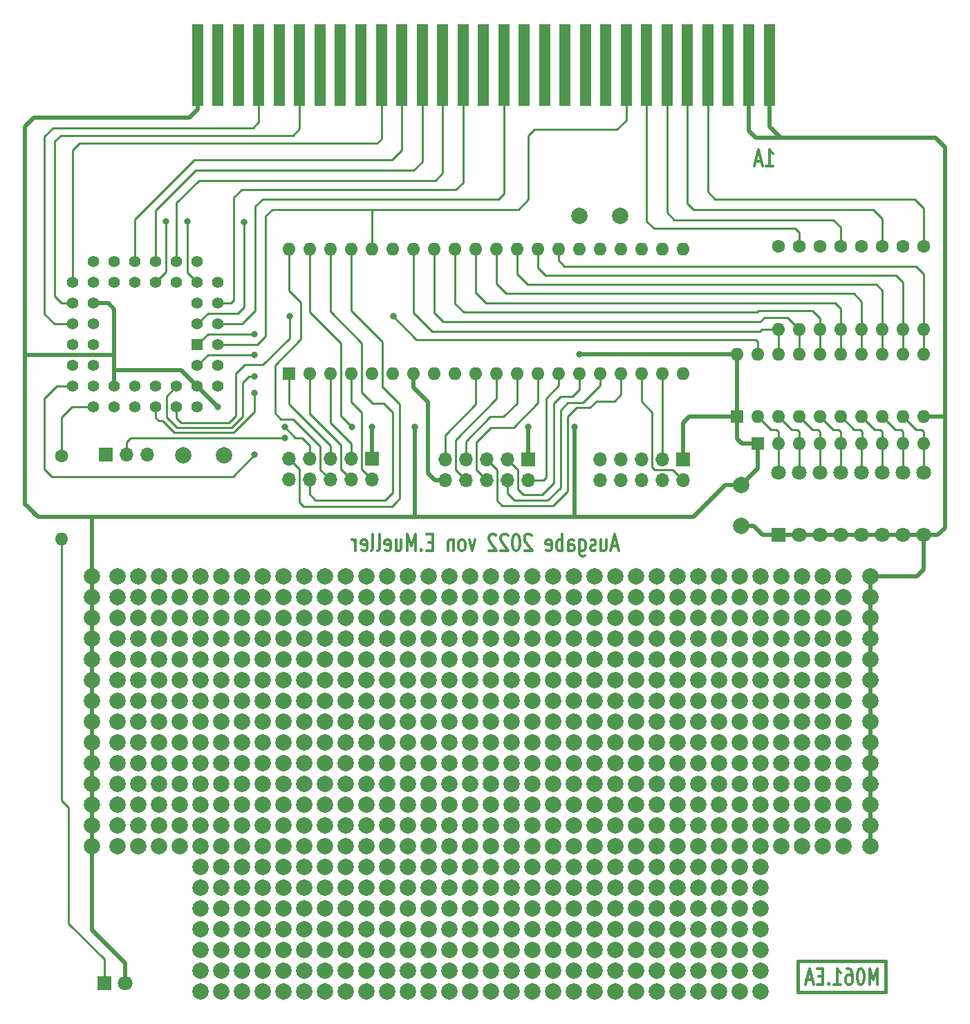
<source format=gbl>
%TF.GenerationSoftware,KiCad,Pcbnew,(6.0.8)*%
%TF.CreationDate,2022-11-12T14:36:56+01:00*%
%TF.ProjectId,m061,6d303631-2e6b-4696-9361-645f70636258,1.0*%
%TF.SameCoordinates,Original*%
%TF.FileFunction,Copper,L2,Bot*%
%TF.FilePolarity,Positive*%
%FSLAX46Y46*%
G04 Gerber Fmt 4.6, Leading zero omitted, Abs format (unit mm)*
G04 Created by KiCad (PCBNEW (6.0.8)) date 2022-11-12 14:36:56*
%MOMM*%
%LPD*%
G01*
G04 APERTURE LIST*
G04 Aperture macros list*
%AMOutline4P*
0 Free polygon, 4 corners , with rotation*
0 The origin of the aperture is its center*
0 number of corners: always 4*
0 $1 to $8 corner X, Y*
0 $9 Rotation angle, in degrees counterclockwise*
0 create outline with 4 corners*
4,1,4,$1,$2,$3,$4,$5,$6,$7,$8,$1,$2,$9*%
G04 Aperture macros list end*
%TA.AperFunction,NonConductor*%
%ADD10C,0.381000*%
%TD*%
%ADD11C,0.304800*%
%TA.AperFunction,NonConductor*%
%ADD12C,0.304800*%
%TD*%
%TA.AperFunction,ComponentPad*%
%ADD13C,2.000000*%
%TD*%
%TA.AperFunction,ComponentPad*%
%ADD14C,1.600000*%
%TD*%
%TA.AperFunction,ComponentPad*%
%ADD15O,1.600000X1.600000*%
%TD*%
%TA.AperFunction,ComponentPad*%
%ADD16R,1.800000X1.800000*%
%TD*%
%TA.AperFunction,ComponentPad*%
%ADD17C,1.800000*%
%TD*%
%TA.AperFunction,ComponentPad*%
%ADD18R,1.700000X1.700000*%
%TD*%
%TA.AperFunction,ComponentPad*%
%ADD19O,1.700000X1.700000*%
%TD*%
%TA.AperFunction,ComponentPad*%
%ADD20R,1.600000X1.600000*%
%TD*%
%TA.AperFunction,ConnectorPad*%
%ADD21Outline4P,-0.699770X-4.999990X0.699770X-4.999990X0.699770X4.999990X-0.699770X4.999990X180.000000*%
%TD*%
%TA.AperFunction,ComponentPad*%
%ADD22R,1.422400X1.422400*%
%TD*%
%TA.AperFunction,ComponentPad*%
%ADD23C,1.422400*%
%TD*%
%TA.AperFunction,ViaPad*%
%ADD24C,0.800000*%
%TD*%
%TA.AperFunction,Conductor*%
%ADD25C,0.500000*%
%TD*%
%TA.AperFunction,Conductor*%
%ADD26C,0.250000*%
%TD*%
G04 APERTURE END LIST*
D10*
X122631200Y-152450800D02*
X111836200Y-152450800D01*
X111963200Y-148640800D02*
X122631200Y-148640800D01*
X122631200Y-148640800D02*
X122631200Y-152450800D01*
X111836200Y-152450800D02*
X111836200Y-148640800D01*
D11*
D12*
X121618628Y-151577561D02*
X121618628Y-149577561D01*
X121118628Y-151006133D01*
X120618628Y-149577561D01*
X120618628Y-151577561D01*
X119618628Y-149577561D02*
X119475771Y-149577561D01*
X119332914Y-149672800D01*
X119261485Y-149768038D01*
X119190057Y-149958514D01*
X119118628Y-150339466D01*
X119118628Y-150815657D01*
X119190057Y-151196609D01*
X119261485Y-151387085D01*
X119332914Y-151482323D01*
X119475771Y-151577561D01*
X119618628Y-151577561D01*
X119761485Y-151482323D01*
X119832914Y-151387085D01*
X119904342Y-151196609D01*
X119975771Y-150815657D01*
X119975771Y-150339466D01*
X119904342Y-149958514D01*
X119832914Y-149768038D01*
X119761485Y-149672800D01*
X119618628Y-149577561D01*
X117832914Y-149577561D02*
X118118628Y-149577561D01*
X118261485Y-149672800D01*
X118332914Y-149768038D01*
X118475771Y-150053752D01*
X118547200Y-150434704D01*
X118547200Y-151196609D01*
X118475771Y-151387085D01*
X118404342Y-151482323D01*
X118261485Y-151577561D01*
X117975771Y-151577561D01*
X117832914Y-151482323D01*
X117761485Y-151387085D01*
X117690057Y-151196609D01*
X117690057Y-150720419D01*
X117761485Y-150529942D01*
X117832914Y-150434704D01*
X117975771Y-150339466D01*
X118261485Y-150339466D01*
X118404342Y-150434704D01*
X118475771Y-150529942D01*
X118547200Y-150720419D01*
X116261485Y-151577561D02*
X117118628Y-151577561D01*
X116690057Y-151577561D02*
X116690057Y-149577561D01*
X116832914Y-149863276D01*
X116975771Y-150053752D01*
X117118628Y-150148990D01*
X115618628Y-151387085D02*
X115547200Y-151482323D01*
X115618628Y-151577561D01*
X115690057Y-151482323D01*
X115618628Y-151387085D01*
X115618628Y-151577561D01*
X114904342Y-150529942D02*
X114404342Y-150529942D01*
X114190057Y-151577561D02*
X114904342Y-151577561D01*
X114904342Y-149577561D01*
X114190057Y-149577561D01*
X113618628Y-151006133D02*
X112904342Y-151006133D01*
X113761485Y-151577561D02*
X113261485Y-149577561D01*
X112761485Y-151577561D01*
D11*
D12*
X107964514Y-51363638D02*
X108835371Y-51363638D01*
X108399942Y-51363638D02*
X108399942Y-49331638D01*
X108545085Y-49621923D01*
X108690228Y-49815447D01*
X108835371Y-49912209D01*
X107383942Y-50783066D02*
X106658228Y-50783066D01*
X107529085Y-51363638D02*
X107021085Y-49331638D01*
X106513085Y-51363638D01*
D11*
D12*
X89767228Y-97900066D02*
X89041514Y-97900066D01*
X89912371Y-98480638D02*
X89404371Y-96448638D01*
X88896371Y-98480638D01*
X87735228Y-97125971D02*
X87735228Y-98480638D01*
X88388371Y-97125971D02*
X88388371Y-98190352D01*
X88315800Y-98383876D01*
X88170657Y-98480638D01*
X87952942Y-98480638D01*
X87807800Y-98383876D01*
X87735228Y-98287114D01*
X87082085Y-98383876D02*
X86936942Y-98480638D01*
X86646657Y-98480638D01*
X86501514Y-98383876D01*
X86428942Y-98190352D01*
X86428942Y-98093590D01*
X86501514Y-97900066D01*
X86646657Y-97803304D01*
X86864371Y-97803304D01*
X87009514Y-97706542D01*
X87082085Y-97513019D01*
X87082085Y-97416257D01*
X87009514Y-97222733D01*
X86864371Y-97125971D01*
X86646657Y-97125971D01*
X86501514Y-97222733D01*
X85122657Y-97125971D02*
X85122657Y-98770923D01*
X85195228Y-98964447D01*
X85267800Y-99061209D01*
X85412942Y-99157971D01*
X85630657Y-99157971D01*
X85775800Y-99061209D01*
X85122657Y-98383876D02*
X85267800Y-98480638D01*
X85558085Y-98480638D01*
X85703228Y-98383876D01*
X85775800Y-98287114D01*
X85848371Y-98093590D01*
X85848371Y-97513019D01*
X85775800Y-97319495D01*
X85703228Y-97222733D01*
X85558085Y-97125971D01*
X85267800Y-97125971D01*
X85122657Y-97222733D01*
X83743800Y-98480638D02*
X83743800Y-97416257D01*
X83816371Y-97222733D01*
X83961514Y-97125971D01*
X84251800Y-97125971D01*
X84396942Y-97222733D01*
X83743800Y-98383876D02*
X83888942Y-98480638D01*
X84251800Y-98480638D01*
X84396942Y-98383876D01*
X84469514Y-98190352D01*
X84469514Y-97996828D01*
X84396942Y-97803304D01*
X84251800Y-97706542D01*
X83888942Y-97706542D01*
X83743800Y-97609780D01*
X83018085Y-98480638D02*
X83018085Y-96448638D01*
X83018085Y-97222733D02*
X82872942Y-97125971D01*
X82582657Y-97125971D01*
X82437514Y-97222733D01*
X82364942Y-97319495D01*
X82292371Y-97513019D01*
X82292371Y-98093590D01*
X82364942Y-98287114D01*
X82437514Y-98383876D01*
X82582657Y-98480638D01*
X82872942Y-98480638D01*
X83018085Y-98383876D01*
X81058657Y-98383876D02*
X81203800Y-98480638D01*
X81494085Y-98480638D01*
X81639228Y-98383876D01*
X81711800Y-98190352D01*
X81711800Y-97416257D01*
X81639228Y-97222733D01*
X81494085Y-97125971D01*
X81203800Y-97125971D01*
X81058657Y-97222733D01*
X80986085Y-97416257D01*
X80986085Y-97609780D01*
X81711800Y-97803304D01*
X79244371Y-96642161D02*
X79171800Y-96545400D01*
X79026657Y-96448638D01*
X78663800Y-96448638D01*
X78518657Y-96545400D01*
X78446085Y-96642161D01*
X78373514Y-96835685D01*
X78373514Y-97029209D01*
X78446085Y-97319495D01*
X79316942Y-98480638D01*
X78373514Y-98480638D01*
X77430085Y-96448638D02*
X77284942Y-96448638D01*
X77139800Y-96545400D01*
X77067228Y-96642161D01*
X76994657Y-96835685D01*
X76922085Y-97222733D01*
X76922085Y-97706542D01*
X76994657Y-98093590D01*
X77067228Y-98287114D01*
X77139800Y-98383876D01*
X77284942Y-98480638D01*
X77430085Y-98480638D01*
X77575228Y-98383876D01*
X77647800Y-98287114D01*
X77720371Y-98093590D01*
X77792942Y-97706542D01*
X77792942Y-97222733D01*
X77720371Y-96835685D01*
X77647800Y-96642161D01*
X77575228Y-96545400D01*
X77430085Y-96448638D01*
X76341514Y-96642161D02*
X76268942Y-96545400D01*
X76123800Y-96448638D01*
X75760942Y-96448638D01*
X75615800Y-96545400D01*
X75543228Y-96642161D01*
X75470657Y-96835685D01*
X75470657Y-97029209D01*
X75543228Y-97319495D01*
X76414085Y-98480638D01*
X75470657Y-98480638D01*
X74890085Y-96642161D02*
X74817514Y-96545400D01*
X74672371Y-96448638D01*
X74309514Y-96448638D01*
X74164371Y-96545400D01*
X74091800Y-96642161D01*
X74019228Y-96835685D01*
X74019228Y-97029209D01*
X74091800Y-97319495D01*
X74962657Y-98480638D01*
X74019228Y-98480638D01*
X72350085Y-97125971D02*
X71987228Y-98480638D01*
X71624371Y-97125971D01*
X70826085Y-98480638D02*
X70971228Y-98383876D01*
X71043800Y-98287114D01*
X71116371Y-98093590D01*
X71116371Y-97513019D01*
X71043800Y-97319495D01*
X70971228Y-97222733D01*
X70826085Y-97125971D01*
X70608371Y-97125971D01*
X70463228Y-97222733D01*
X70390657Y-97319495D01*
X70318085Y-97513019D01*
X70318085Y-98093590D01*
X70390657Y-98287114D01*
X70463228Y-98383876D01*
X70608371Y-98480638D01*
X70826085Y-98480638D01*
X69664942Y-97125971D02*
X69664942Y-98480638D01*
X69664942Y-97319495D02*
X69592371Y-97222733D01*
X69447228Y-97125971D01*
X69229514Y-97125971D01*
X69084371Y-97222733D01*
X69011800Y-97416257D01*
X69011800Y-98480638D01*
X67124942Y-97416257D02*
X66616942Y-97416257D01*
X66399228Y-98480638D02*
X67124942Y-98480638D01*
X67124942Y-96448638D01*
X66399228Y-96448638D01*
X65746085Y-98287114D02*
X65673514Y-98383876D01*
X65746085Y-98480638D01*
X65818657Y-98383876D01*
X65746085Y-98287114D01*
X65746085Y-98480638D01*
X65020371Y-98480638D02*
X65020371Y-96448638D01*
X64512371Y-97900066D01*
X64004371Y-96448638D01*
X64004371Y-98480638D01*
X62625514Y-97125971D02*
X62625514Y-98480638D01*
X63278657Y-97125971D02*
X63278657Y-98190352D01*
X63206085Y-98383876D01*
X63060942Y-98480638D01*
X62843228Y-98480638D01*
X62698085Y-98383876D01*
X62625514Y-98287114D01*
X61319228Y-98383876D02*
X61464371Y-98480638D01*
X61754657Y-98480638D01*
X61899800Y-98383876D01*
X61972371Y-98190352D01*
X61972371Y-97416257D01*
X61899800Y-97222733D01*
X61754657Y-97125971D01*
X61464371Y-97125971D01*
X61319228Y-97222733D01*
X61246657Y-97416257D01*
X61246657Y-97609780D01*
X61972371Y-97803304D01*
X60375800Y-98480638D02*
X60520942Y-98383876D01*
X60593514Y-98190352D01*
X60593514Y-96448638D01*
X59577514Y-98480638D02*
X59722657Y-98383876D01*
X59795228Y-98190352D01*
X59795228Y-96448638D01*
X58416371Y-98383876D02*
X58561514Y-98480638D01*
X58851800Y-98480638D01*
X58996942Y-98383876D01*
X59069514Y-98190352D01*
X59069514Y-97416257D01*
X58996942Y-97222733D01*
X58851800Y-97125971D01*
X58561514Y-97125971D01*
X58416371Y-97222733D01*
X58343800Y-97416257D01*
X58343800Y-97609780D01*
X59069514Y-97803304D01*
X57690657Y-98480638D02*
X57690657Y-97125971D01*
X57690657Y-97513019D02*
X57618085Y-97319495D01*
X57545514Y-97222733D01*
X57400371Y-97125971D01*
X57255228Y-97125971D01*
D13*
%TO.P,,*%
%TO.N,*%
X74295000Y-104140000D03*
%TD*%
%TO.P,,*%
%TO.N,*%
X99687939Y-121888344D03*
%TD*%
%TO.P,,*%
%TO.N,*%
X69215000Y-147320000D03*
%TD*%
%TO.P,,*%
%TO.N,*%
X102235000Y-111760000D03*
%TD*%
%TO.P,,*%
%TO.N,*%
X41275000Y-147320000D03*
%TD*%
%TO.P,,*%
%TO.N,*%
X102235000Y-139700000D03*
%TD*%
%TO.P,,*%
%TO.N,*%
X99687939Y-109220000D03*
%TD*%
%TO.P,,*%
%TO.N,*%
X81880422Y-144780000D03*
%TD*%
%TO.P,,*%
%TO.N,*%
X97129189Y-134604172D03*
%TD*%
%TO.P,,*%
%TO.N,*%
X28575000Y-132080000D03*
%TD*%
%TO.P,,*%
%TO.N,*%
X114927939Y-126984172D03*
%TD*%
%TO.P,,*%
%TO.N,*%
X59055000Y-127000000D03*
%TD*%
%TO.P,,*%
%TO.N,*%
X94615000Y-142240000D03*
%TD*%
%TO.P,,*%
%TO.N,*%
X94615000Y-111760000D03*
%TD*%
%TO.P,,*%
%TO.N,*%
X86995000Y-104140000D03*
%TD*%
%TO.P,,*%
%TO.N,*%
X69215000Y-132080000D03*
%TD*%
%TO.P,,*%
%TO.N,*%
X79363068Y-126991396D03*
%TD*%
%TO.P,,*%
%TO.N,*%
X48895000Y-142240000D03*
%TD*%
%TO.P,,*%
%TO.N,*%
X84455000Y-152400000D03*
%TD*%
%TO.P,,*%
%TO.N,*%
X99687939Y-149828344D03*
%TD*%
%TO.P,,*%
%TO.N,*%
X31115000Y-127000000D03*
%TD*%
%TO.P,,*%
%TO.N,*%
X102235000Y-132080000D03*
%TD*%
%TO.P,,*%
%TO.N,*%
X36195000Y-116840000D03*
%TD*%
%TO.P,,*%
%TO.N,+5V*%
X25400000Y-111760000D03*
%TD*%
%TO.P,,*%
%TO.N,*%
X61595000Y-114300000D03*
%TD*%
%TO.P,,*%
%TO.N,*%
X84455000Y-129540000D03*
%TD*%
%TO.P,,*%
%TO.N,*%
X59055000Y-116840000D03*
%TD*%
%TO.P,,*%
%TO.N,+5V*%
X25400000Y-109220000D03*
%TD*%
%TO.P,,*%
%TO.N,*%
X74295000Y-142240000D03*
%TD*%
%TO.P,,*%
%TO.N,*%
X89535000Y-116840000D03*
%TD*%
%TO.P,,*%
%TO.N,*%
X79375000Y-124460000D03*
%TD*%
%TO.P,,*%
%TO.N,*%
X107315000Y-124460000D03*
%TD*%
%TO.P,,*%
%TO.N,*%
X92075000Y-109220000D03*
%TD*%
%TO.P,,*%
%TO.N,*%
X99687939Y-139700000D03*
%TD*%
%TO.P,,*%
%TO.N,*%
X86995000Y-101600000D03*
%TD*%
%TO.P,,*%
%TO.N,*%
X46355000Y-129540000D03*
%TD*%
%TO.P,,*%
%TO.N,*%
X69215000Y-142240000D03*
%TD*%
%TO.P,,*%
%TO.N,*%
X79363068Y-152387094D03*
%TD*%
%TO.P,,*%
%TO.N,*%
X74295000Y-121920000D03*
%TD*%
D14*
%TO.P,R1,1*%
%TO.N,/D0*%
X109474000Y-61214000D03*
D15*
%TO.P,R1,2*%
%TO.N,/D0A*%
X109474000Y-71374000D03*
%TD*%
D13*
%TO.P,,*%
%TO.N,*%
X81880422Y-114300000D03*
%TD*%
%TO.P,,*%
%TO.N,*%
X74295000Y-152400000D03*
%TD*%
%TO.P,,*%
%TO.N,*%
X56515000Y-124460000D03*
%TD*%
%TO.P,,*%
%TO.N,*%
X51435000Y-121920000D03*
%TD*%
%TO.P,,*%
%TO.N,*%
X89535000Y-114300000D03*
%TD*%
%TO.P,,*%
%TO.N,*%
X94615000Y-104140000D03*
%TD*%
%TO.P,,*%
%TO.N,*%
X56515000Y-129540000D03*
%TD*%
%TO.P,,*%
%TO.N,*%
X76835000Y-124460000D03*
%TD*%
%TO.P,,*%
%TO.N,*%
X102235000Y-101600000D03*
%TD*%
%TO.P,,*%
%TO.N,*%
X107315000Y-121920000D03*
%TD*%
%TO.P,,*%
%TO.N,*%
X92075000Y-147320000D03*
%TD*%
%TO.P,,*%
%TO.N,*%
X112369189Y-116839999D03*
%TD*%
%TO.P,,*%
%TO.N,*%
X56515000Y-119380000D03*
%TD*%
%TO.P,,*%
%TO.N,*%
X79363068Y-144767094D03*
%TD*%
%TO.P,,*%
%TO.N,*%
X79363068Y-129527094D03*
%TD*%
%TO.P,,*%
%TO.N,*%
X51435000Y-111760000D03*
%TD*%
%TO.P,,*%
%TO.N,*%
X56515000Y-137160000D03*
%TD*%
%TO.P,,*%
%TO.N,*%
X28575000Y-114300000D03*
%TD*%
%TO.P,,*%
%TO.N,*%
X76835000Y-119380000D03*
%TD*%
%TO.P,,*%
%TO.N,*%
X97129189Y-126984172D03*
%TD*%
%TO.P,,*%
%TO.N,*%
X74295000Y-149860000D03*
%TD*%
%TO.P,,*%
%TO.N,*%
X109855000Y-132080000D03*
%TD*%
%TO.P,,*%
%TO.N,*%
X36195000Y-104140000D03*
%TD*%
%TO.P,,*%
%TO.N,*%
X41275000Y-119380000D03*
%TD*%
%TO.P,,*%
%TO.N,*%
X56515000Y-109220000D03*
%TD*%
%TO.P,,*%
%TO.N,*%
X92075000Y-142240000D03*
%TD*%
%TO.P,,*%
%TO.N,*%
X109855000Y-119380000D03*
%TD*%
%TO.P,,*%
%TO.N,*%
X112369189Y-134604172D03*
%TD*%
%TO.P,,*%
%TO.N,*%
X66675000Y-101600000D03*
%TD*%
%TO.P,,*%
%TO.N,*%
X31115000Y-101600000D03*
%TD*%
%TO.P,,*%
%TO.N,*%
X86995000Y-147320000D03*
%TD*%
%TO.P,,*%
%TO.N,*%
X99687939Y-119364172D03*
%TD*%
%TO.P,,*%
%TO.N,*%
X38735000Y-139700000D03*
%TD*%
%TO.P,,*%
%TO.N,*%
X74295000Y-109220000D03*
%TD*%
%TO.P,,*%
%TO.N,*%
X53975000Y-111760000D03*
%TD*%
%TO.P,,*%
%TO.N,*%
X43815000Y-137160000D03*
%TD*%
%TO.P,,*%
%TO.N,*%
X76835000Y-127000000D03*
%TD*%
%TO.P,,*%
%TO.N,*%
X53975000Y-152400000D03*
%TD*%
%TO.P,,*%
%TO.N,*%
X84455000Y-149860000D03*
%TD*%
%TO.P,,*%
%TO.N,*%
X71755000Y-116840000D03*
%TD*%
%TO.P,,*%
%TO.N,*%
X71755000Y-124460000D03*
%TD*%
%TO.P,,*%
%TO.N,*%
X46355000Y-116840000D03*
%TD*%
%TO.P,,*%
%TO.N,*%
X112369189Y-109219999D03*
%TD*%
%TO.P,,*%
%TO.N,*%
X92075000Y-114300000D03*
%TD*%
%TO.P,,*%
%TO.N,*%
X69215000Y-149860000D03*
%TD*%
%TO.P,,*%
%TO.N,*%
X92075000Y-152400000D03*
%TD*%
%TO.P,,*%
%TO.N,*%
X102235000Y-134620000D03*
%TD*%
%TO.P,,*%
%TO.N,*%
X107315000Y-116840000D03*
%TD*%
%TO.P,,*%
%TO.N,*%
X48895000Y-132080000D03*
%TD*%
%TO.P,,*%
%TO.N,*%
X76835000Y-101600000D03*
%TD*%
%TO.P,,*%
%TO.N,*%
X114927939Y-124460000D03*
%TD*%
%TO.P,,*%
%TO.N,*%
X104775000Y-139700000D03*
%TD*%
%TO.P,,*%
%TO.N,*%
X36195000Y-121920000D03*
%TD*%
%TO.P,,*%
%TO.N,*%
X33655000Y-116840000D03*
%TD*%
%TO.P,,*%
%TO.N,*%
X69215000Y-144780000D03*
%TD*%
%TO.P,,*%
%TO.N,*%
X46355000Y-121920000D03*
%TD*%
%TO.P,,*%
%TO.N,*%
X76835000Y-139700000D03*
%TD*%
%TO.P,,*%
%TO.N,*%
X89535000Y-149860000D03*
%TD*%
%TO.P,,*%
%TO.N,*%
X53975000Y-121920000D03*
%TD*%
%TO.P,,*%
%TO.N,*%
X89535000Y-106680000D03*
%TD*%
%TO.P,,*%
%TO.N,*%
X86995000Y-137160000D03*
%TD*%
%TO.P,,*%
%TO.N,*%
X41275000Y-139700000D03*
%TD*%
%TO.P,,*%
%TO.N,*%
X64135000Y-132080000D03*
%TD*%
%TO.P,,*%
%TO.N,*%
X107315000Y-149860000D03*
%TD*%
%TO.P,,*%
%TO.N,*%
X31115000Y-106680000D03*
%TD*%
%TO.P,,*%
%TO.N,*%
X117475000Y-114274600D03*
%TD*%
%TO.P,,*%
%TO.N,*%
X66675000Y-124460000D03*
%TD*%
%TO.P,,*%
%TO.N,*%
X31115000Y-132080000D03*
%TD*%
%TO.P,,*%
%TO.N,*%
X71755000Y-137160000D03*
%TD*%
%TO.P,,*%
%TO.N,*%
X81880422Y-129540000D03*
%TD*%
%TO.P,,*%
%TO.N,*%
X76835000Y-147320000D03*
%TD*%
%TO.P,,*%
%TO.N,*%
X71755000Y-139700000D03*
%TD*%
%TO.P,,*%
%TO.N,*%
X99687939Y-106648344D03*
%TD*%
%TO.P,,*%
%TO.N,+5V*%
X25400000Y-101600000D03*
%TD*%
%TO.P,,*%
%TO.N,*%
X114927939Y-121888344D03*
%TD*%
%TO.P,,*%
%TO.N,*%
X66675000Y-119380000D03*
%TD*%
%TO.P,,*%
%TO.N,*%
X66675000Y-129540000D03*
%TD*%
%TO.P,,*%
%TO.N,*%
X107315000Y-144780000D03*
%TD*%
%TO.P,,*%
%TO.N,*%
X33655000Y-124460000D03*
%TD*%
%TO.P,,*%
%TO.N,*%
X33655000Y-104140000D03*
%TD*%
%TO.P,,*%
%TO.N,*%
X74295000Y-139700000D03*
%TD*%
%TO.P,,*%
%TO.N,*%
X41275000Y-104140000D03*
%TD*%
%TO.P,,*%
%TO.N,*%
X48895000Y-134620000D03*
%TD*%
%TO.P,,*%
%TO.N,*%
X38735000Y-142240000D03*
%TD*%
%TO.P,,*%
%TO.N,*%
X53975000Y-147320000D03*
%TD*%
%TO.P,,*%
%TO.N,*%
X28575000Y-111760000D03*
%TD*%
%TO.P,,*%
%TO.N,*%
X59055000Y-149860000D03*
%TD*%
%TO.P,,*%
%TO.N,*%
X86995000Y-149860000D03*
%TD*%
%TO.P,,*%
%TO.N,*%
X43815000Y-116840000D03*
%TD*%
%TO.P,,*%
%TO.N,*%
X56515000Y-132080000D03*
%TD*%
D14*
%TO.P,R7,1*%
%TO.N,/D6*%
X124714000Y-61214000D03*
D15*
%TO.P,R7,2*%
%TO.N,/D6A*%
X124714000Y-71374000D03*
%TD*%
D13*
%TO.P,,*%
%TO.N,*%
X36195000Y-129540000D03*
%TD*%
%TO.P,,*%
%TO.N,*%
X99687939Y-104124172D03*
%TD*%
%TO.P,,*%
%TO.N,*%
X48895000Y-116840000D03*
%TD*%
%TO.P,,*%
%TO.N,*%
X117475000Y-104114600D03*
%TD*%
%TO.P,,*%
%TO.N,*%
X76835000Y-109220000D03*
%TD*%
%TO.P,,*%
%TO.N,*%
X81880422Y-149860000D03*
%TD*%
%TO.P,,*%
%TO.N,*%
X38735000Y-137160000D03*
%TD*%
%TO.P,,*%
%TO.N,*%
X43815000Y-134620000D03*
%TD*%
%TO.P,,*%
%TO.N,*%
X38735000Y-114300000D03*
%TD*%
D16*
%TO.P,D1,1,K*%
%TO.N,Net-(D1-Pad1)*%
X26919000Y-151384000D03*
D17*
%TO.P,D1,2,A*%
%TO.N,+5V*%
X29459000Y-151384000D03*
%TD*%
D13*
%TO.P,,*%
%TO.N,*%
X38735000Y-111760000D03*
%TD*%
%TO.P,,*%
%TO.N,*%
X99687939Y-134604172D03*
%TD*%
%TO.P,,*%
%TO.N,*%
X66675000Y-114300000D03*
%TD*%
%TO.P,,*%
%TO.N,*%
X56515000Y-127000000D03*
%TD*%
%TO.P,,*%
%TO.N,*%
X79363068Y-134611396D03*
%TD*%
D14*
%TO.P,R5,1*%
%TO.N,/D4*%
X119634000Y-61214000D03*
D15*
%TO.P,R5,2*%
%TO.N,/D4A*%
X119634000Y-71374000D03*
%TD*%
D13*
%TO.P,,*%
%TO.N,*%
X31115000Y-114300000D03*
%TD*%
%TO.P,,*%
%TO.N,*%
X31115000Y-124460000D03*
%TD*%
%TO.P,,*%
%TO.N,*%
X102235000Y-109220000D03*
%TD*%
%TO.P,,*%
%TO.N,*%
X41275000Y-134620000D03*
%TD*%
%TO.P,,*%
%TO.N,*%
X117475000Y-116814600D03*
%TD*%
%TO.P,,*%
%TO.N,*%
X46355000Y-152400000D03*
%TD*%
%TO.P,,*%
%TO.N,*%
X102235000Y-129540000D03*
%TD*%
%TO.P,,*%
%TO.N,*%
X104775000Y-104140000D03*
%TD*%
%TO.P,,*%
%TO.N,*%
X33655000Y-114300000D03*
%TD*%
%TO.P,,*%
%TO.N,*%
X36195000Y-134620000D03*
%TD*%
%TO.P,,*%
%TO.N,*%
X36195000Y-132080000D03*
%TD*%
%TO.P,,*%
%TO.N,+5V*%
X25400000Y-127000000D03*
%TD*%
%TO.P,,*%
%TO.N,*%
X46355000Y-106680000D03*
%TD*%
%TO.P,,*%
%TO.N,*%
X109855000Y-134620000D03*
%TD*%
%TO.P,,*%
%TO.N,*%
X84455000Y-124460000D03*
%TD*%
%TO.P,,*%
%TO.N,*%
X53975000Y-149860000D03*
%TD*%
%TO.P,,*%
%TO.N,*%
X41275000Y-129540000D03*
%TD*%
%TO.P,,*%
%TO.N,*%
X89535000Y-147320000D03*
%TD*%
%TO.P,,*%
%TO.N,*%
X56515000Y-139700000D03*
%TD*%
%TO.P,,*%
%TO.N,*%
X102235000Y-121920000D03*
%TD*%
%TO.P,,*%
%TO.N,*%
X51435000Y-147320000D03*
%TD*%
%TO.P,,*%
%TO.N,*%
X64135000Y-106680000D03*
%TD*%
%TO.P,,*%
%TO.N,*%
X59055000Y-152400000D03*
%TD*%
%TO.P,,*%
%TO.N,*%
X81880422Y-142240000D03*
%TD*%
%TO.P,,*%
%TO.N,*%
X92075000Y-106680000D03*
%TD*%
%TO.P,,*%
%TO.N,*%
X51435000Y-144780000D03*
%TD*%
%TO.P,,*%
%TO.N,*%
X107315000Y-147320000D03*
%TD*%
%TO.P,,*%
%TO.N,*%
X114927939Y-114268344D03*
%TD*%
%TO.P,,*%
%TO.N,*%
X107315000Y-114300000D03*
%TD*%
%TO.P,,*%
%TO.N,*%
X48895000Y-104140000D03*
%TD*%
%TO.P,,*%
%TO.N,*%
X71755000Y-114300000D03*
%TD*%
%TO.P,,*%
%TO.N,*%
X107315000Y-104140000D03*
%TD*%
D14*
%TO.P,R3,1*%
%TO.N,/D2*%
X114554000Y-61214000D03*
D15*
%TO.P,R3,2*%
%TO.N,/D2A*%
X114554000Y-71374000D03*
%TD*%
D13*
%TO.P,,*%
%TO.N,*%
X64135000Y-127000000D03*
%TD*%
%TO.P,,*%
%TO.N,*%
X97129189Y-139699999D03*
%TD*%
%TO.P,,*%
%TO.N,*%
X61595000Y-144780000D03*
%TD*%
D14*
%TO.P,R0,1*%
%TO.N,/LED*%
X21717000Y-86868000D03*
D15*
%TO.P,R0,2*%
%TO.N,Net-(D1-Pad1)*%
X21717000Y-97028000D03*
%TD*%
D13*
%TO.P,,*%
%TO.N,*%
X51435000Y-101600000D03*
%TD*%
%TO.P,,*%
%TO.N,*%
X97155000Y-129540000D03*
%TD*%
%TO.P,,*%
%TO.N,*%
X51435000Y-139700000D03*
%TD*%
%TO.P,,*%
%TO.N,*%
X64135000Y-147320000D03*
%TD*%
%TO.P,,*%
%TO.N,*%
X64135000Y-119380000D03*
%TD*%
%TO.P,,*%
%TO.N,*%
X46355000Y-134620000D03*
%TD*%
%TO.P,,*%
%TO.N,*%
X89535000Y-132080000D03*
%TD*%
%TO.P,,*%
%TO.N,*%
X31115000Y-129540000D03*
%TD*%
%TO.P,,*%
%TO.N,GND*%
X120777000Y-114274600D03*
%TD*%
%TO.P,,*%
%TO.N,*%
X46355000Y-119380000D03*
%TD*%
%TO.P,,*%
%TO.N,*%
X71755000Y-111760000D03*
%TD*%
%TO.P,,*%
%TO.N,*%
X76835000Y-104140000D03*
%TD*%
%TO.P,,*%
%TO.N,*%
X51435000Y-129540000D03*
%TD*%
%TO.P,,*%
%TO.N,*%
X99687939Y-129508344D03*
%TD*%
%TO.P,,*%
%TO.N,+5V*%
X25400000Y-119380000D03*
%TD*%
%TO.P,,*%
%TO.N,*%
X97155000Y-147320000D03*
%TD*%
%TO.P,,*%
%TO.N,*%
X61595000Y-104140000D03*
%TD*%
%TO.P,,*%
%TO.N,*%
X43815000Y-147320000D03*
%TD*%
%TO.P,,*%
%TO.N,*%
X104775000Y-111760000D03*
%TD*%
%TO.P,,*%
%TO.N,*%
X104775000Y-101600000D03*
%TD*%
%TO.P,,*%
%TO.N,*%
X28575000Y-116840000D03*
%TD*%
%TO.P,,*%
%TO.N,*%
X94615000Y-121920000D03*
%TD*%
%TO.P,,*%
%TO.N,*%
X89535000Y-111760000D03*
%TD*%
D16*
%TO.P,SW1,1*%
%TO.N,GND*%
X109474000Y-96520000D03*
D17*
%TO.P,SW1,2*%
X112014000Y-96520000D03*
%TO.P,SW1,3*%
X114554000Y-96520000D03*
%TO.P,SW1,4*%
X117094000Y-96520000D03*
%TO.P,SW1,5*%
X119634000Y-96520000D03*
%TO.P,SW1,6*%
X122174000Y-96520000D03*
%TO.P,SW1,7*%
X124714000Y-96520000D03*
%TO.P,SW1,8*%
X127254000Y-96520000D03*
%TO.P,SW1,9*%
%TO.N,/D7B*%
X127254000Y-88900000D03*
%TO.P,SW1,10*%
%TO.N,/D6B*%
X124714000Y-88900000D03*
%TO.P,SW1,11*%
%TO.N,/D5B*%
X122174000Y-88900000D03*
%TO.P,SW1,12*%
%TO.N,/D4B*%
X119634000Y-88900000D03*
%TO.P,SW1,13*%
%TO.N,/D3B*%
X117094000Y-88900000D03*
%TO.P,SW1,14*%
%TO.N,/D2B*%
X114554000Y-88900000D03*
%TO.P,SW1,15*%
%TO.N,/D1B*%
X112014000Y-88900000D03*
%TO.P,SW1,16*%
%TO.N,/D0B*%
X109474000Y-88900000D03*
%TD*%
D13*
%TO.P,,*%
%TO.N,*%
X31115000Y-134620000D03*
%TD*%
%TO.P,,*%
%TO.N,*%
X43815000Y-101600000D03*
%TD*%
%TO.P,,*%
%TO.N,*%
X64135000Y-149860000D03*
%TD*%
%TO.P,,*%
%TO.N,*%
X99687939Y-142224172D03*
%TD*%
%TO.P,,*%
%TO.N,*%
X94615000Y-116840000D03*
%TD*%
%TO.P,,*%
%TO.N,*%
X43815000Y-104140000D03*
%TD*%
%TO.P,,*%
%TO.N,*%
X117475000Y-126974600D03*
%TD*%
%TO.P,,*%
%TO.N,*%
X64135000Y-129540000D03*
%TD*%
%TO.P,,*%
%TO.N,*%
X102235000Y-127000000D03*
%TD*%
%TO.P,,*%
%TO.N,*%
X94615000Y-119380000D03*
%TD*%
%TO.P,,*%
%TO.N,GND*%
X120777000Y-134594600D03*
%TD*%
%TO.P,,*%
%TO.N,*%
X86995000Y-152400000D03*
%TD*%
%TO.P,,*%
%TO.N,*%
X97129189Y-111744172D03*
%TD*%
%TO.P,,*%
%TO.N,*%
X53975000Y-137160000D03*
%TD*%
%TO.P,,*%
%TO.N,*%
X97129189Y-119364172D03*
%TD*%
%TO.P,,*%
%TO.N,*%
X117475000Y-119354600D03*
%TD*%
D14*
%TO.P,R2,1*%
%TO.N,/D1*%
X112014000Y-61214000D03*
D15*
%TO.P,R2,2*%
%TO.N,/D1A*%
X112014000Y-71374000D03*
%TD*%
D13*
%TO.P,,*%
%TO.N,*%
X74295000Y-147320000D03*
%TD*%
%TO.P,,*%
%TO.N,*%
X86995000Y-144780000D03*
%TD*%
%TO.P,,*%
%TO.N,*%
X41275000Y-116840000D03*
%TD*%
%TO.P,,*%
%TO.N,*%
X112369189Y-124459999D03*
%TD*%
%TO.P,,*%
%TO.N,*%
X38735000Y-134620000D03*
%TD*%
%TO.P,,*%
%TO.N,*%
X109855000Y-127000000D03*
%TD*%
%TO.P,,*%
%TO.N,*%
X69215000Y-114300000D03*
%TD*%
D18*
%TO.P,X3,1,Pin_1*%
%TO.N,+5V*%
X78790800Y-87269400D03*
D19*
%TO.P,X3,2,Pin_2*%
%TO.N,/PC0*%
X78790800Y-89809400D03*
%TO.P,X3,3,Pin_3*%
%TO.N,/PC1*%
X76250800Y-87269400D03*
%TO.P,X3,4,Pin_4*%
%TO.N,/PC2*%
X76250800Y-89809400D03*
%TO.P,X3,5,Pin_5*%
%TO.N,/PC3*%
X73710800Y-87269400D03*
%TO.P,X3,6,Pin_6*%
%TO.N,/PC4*%
X73710800Y-89809400D03*
%TO.P,X3,7,Pin_7*%
%TO.N,/PC5*%
X71170800Y-87269400D03*
%TO.P,X3,8,Pin_8*%
%TO.N,/PC6*%
X71170800Y-89809400D03*
%TO.P,X3,9,Pin_9*%
%TO.N,/PC7*%
X68630800Y-87269400D03*
%TO.P,X3,10,Pin_10*%
%TO.N,GND*%
X68630800Y-89809400D03*
%TD*%
D13*
%TO.P,,*%
%TO.N,*%
X97129189Y-109219999D03*
%TD*%
%TO.P,,*%
%TO.N,*%
X59055000Y-119380000D03*
%TD*%
%TO.P,,*%
%TO.N,*%
X89535000Y-121920000D03*
%TD*%
%TO.P,,*%
%TO.N,*%
X109855000Y-109220000D03*
%TD*%
%TO.P,,*%
%TO.N,*%
X94615000Y-127000000D03*
%TD*%
%TO.P,,*%
%TO.N,*%
X86995000Y-121920000D03*
%TD*%
%TO.P,,*%
%TO.N,*%
X109855000Y-111760000D03*
%TD*%
%TO.P,,*%
%TO.N,*%
X41275000Y-114300000D03*
%TD*%
%TO.P,,*%
%TO.N,*%
X28575000Y-106680000D03*
%TD*%
%TO.P,,*%
%TO.N,*%
X84455000Y-116840000D03*
%TD*%
%TO.P,,*%
%TO.N,*%
X117475000Y-129514600D03*
%TD*%
D18*
%TO.P,X2,1,Pin_1*%
%TO.N,+5V*%
X97815400Y-87269400D03*
D19*
%TO.P,X2,2,Pin_2*%
%TO.N,/PB0*%
X97815400Y-89809400D03*
%TO.P,X2,3,Pin_3*%
%TO.N,/PB1*%
X95275400Y-87269400D03*
%TO.P,X2,4,Pin_4*%
%TO.N,/PB2*%
X95275400Y-89809400D03*
%TO.P,X2,5,Pin_5*%
%TO.N,/PB3*%
X92735400Y-87269400D03*
%TO.P,X2,6,Pin_6*%
%TO.N,/PB4*%
X92735400Y-89809400D03*
%TO.P,X2,7,Pin_7*%
%TO.N,/PB5*%
X90195400Y-87269400D03*
%TO.P,X2,8,Pin_8*%
%TO.N,/PB6*%
X90195400Y-89809400D03*
%TO.P,X2,9,Pin_9*%
%TO.N,/PB7*%
X87655400Y-87269400D03*
%TO.P,X2,10,Pin_10*%
%TO.N,GND*%
X87655400Y-89809400D03*
%TD*%
D13*
%TO.P,,*%
%TO.N,*%
X48895000Y-144780000D03*
%TD*%
%TO.P,,*%
%TO.N,*%
X79363068Y-111751396D03*
%TD*%
%TO.P,,*%
%TO.N,*%
X71755000Y-101600000D03*
%TD*%
%TO.P,,*%
%TO.N,*%
X104775000Y-134620000D03*
%TD*%
D20*
%TO.P,U2,1,A->B*%
%TO.N,+5V*%
X104394000Y-82032000D03*
D15*
%TO.P,U2,2,A0*%
%TO.N,/D0B*%
X106934000Y-82032000D03*
%TO.P,U2,3,A1*%
%TO.N,/D1B*%
X109474000Y-82032000D03*
%TO.P,U2,4,A2*%
%TO.N,/D2B*%
X112014000Y-82032000D03*
%TO.P,U2,5,A3*%
%TO.N,/D3B*%
X114554000Y-82032000D03*
%TO.P,U2,6,A4*%
%TO.N,/D4B*%
X117094000Y-82032000D03*
%TO.P,U2,7,A5*%
%TO.N,/D5B*%
X119634000Y-82032000D03*
%TO.P,U2,8,A6*%
%TO.N,/D6B*%
X122174000Y-82032000D03*
%TO.P,U2,9,A7*%
%TO.N,/D7B*%
X124714000Y-82032000D03*
%TO.P,U2,10,GND*%
%TO.N,GND*%
X127254000Y-82032000D03*
%TO.P,U2,11,B7*%
%TO.N,/D7A*%
X127254000Y-74412000D03*
%TO.P,U2,12,B6*%
%TO.N,/D6A*%
X124714000Y-74412000D03*
%TO.P,U2,13,B5*%
%TO.N,/D5A*%
X122174000Y-74412000D03*
%TO.P,U2,14,B4*%
%TO.N,/D4A*%
X119634000Y-74412000D03*
%TO.P,U2,15,B3*%
%TO.N,/D3A*%
X117094000Y-74412000D03*
%TO.P,U2,16,B2*%
%TO.N,/D2A*%
X114554000Y-74412000D03*
%TO.P,U2,17,B1*%
%TO.N,/D1A*%
X112014000Y-74412000D03*
%TO.P,U2,18,B0*%
%TO.N,/D0A*%
X109474000Y-74412000D03*
%TO.P,U2,19,CE*%
%TO.N,/{slash}OE*%
X106934000Y-74412000D03*
%TO.P,U2,20,VCC*%
%TO.N,+5V*%
X104394000Y-74412000D03*
%TD*%
D13*
%TO.P,,*%
%TO.N,*%
X43815000Y-144780000D03*
%TD*%
%TO.P,,*%
%TO.N,*%
X59055000Y-104140000D03*
%TD*%
%TO.P,,*%
%TO.N,*%
X109855000Y-104140000D03*
%TD*%
%TO.P,,*%
%TO.N,*%
X117475000Y-109194600D03*
%TD*%
%TO.P,,*%
%TO.N,*%
X61595000Y-137160000D03*
%TD*%
%TO.P,,*%
%TO.N,*%
X86995000Y-124460000D03*
%TD*%
%TO.P,C1,1*%
%TO.N,+5V*%
X104902000Y-90424000D03*
%TO.P,C1,2*%
%TO.N,GND*%
X104902000Y-95424000D03*
%TD*%
%TO.P,,*%
%TO.N,*%
X92075000Y-119380000D03*
%TD*%
%TO.P,,*%
%TO.N,*%
X43815000Y-106680000D03*
%TD*%
%TO.P,,*%
%TO.N,*%
X59055000Y-137160000D03*
%TD*%
%TO.P,,*%
%TO.N,*%
X109855000Y-116840000D03*
%TD*%
%TO.P,,*%
%TO.N,*%
X99687939Y-126984172D03*
%TD*%
%TO.P,,*%
%TO.N,*%
X53975000Y-101600000D03*
%TD*%
%TO.P,,*%
%TO.N,*%
X104775000Y-106680000D03*
%TD*%
%TO.P,,*%
%TO.N,*%
X76835000Y-116840000D03*
%TD*%
%TO.P,,*%
%TO.N,*%
X36195000Y-101600000D03*
%TD*%
%TO.P,,*%
%TO.N,*%
X38735000Y-147320000D03*
%TD*%
%TO.P,,*%
%TO.N,*%
X84455000Y-147320000D03*
%TD*%
%TO.P,,*%
%TO.N,*%
X43815000Y-139700000D03*
%TD*%
%TO.P,,*%
%TO.N,*%
X41275000Y-124460000D03*
%TD*%
%TO.P,,*%
%TO.N,*%
X43815000Y-121920000D03*
%TD*%
%TO.P,,*%
%TO.N,*%
X38735000Y-127000000D03*
%TD*%
%TO.P,,*%
%TO.N,+5V*%
X25400000Y-129540000D03*
%TD*%
%TO.P,,*%
%TO.N,*%
X114927939Y-109220000D03*
%TD*%
%TO.P,,*%
%TO.N,*%
X94615000Y-114300000D03*
%TD*%
%TO.P,,*%
%TO.N,*%
X76835000Y-149860000D03*
%TD*%
%TO.P,,*%
%TO.N,*%
X99687939Y-111744172D03*
%TD*%
%TO.P,,*%
%TO.N,*%
X56515000Y-106680000D03*
%TD*%
%TO.P,,*%
%TO.N,*%
X97155000Y-121920000D03*
%TD*%
%TO.P,,*%
%TO.N,*%
X64135000Y-144780000D03*
%TD*%
%TO.P,,*%
%TO.N,*%
X107315000Y-111760000D03*
%TD*%
%TO.P,C2,1*%
%TO.N,+5V*%
X41550600Y-86766400D03*
%TO.P,C2,2*%
%TO.N,GND*%
X36550600Y-86766400D03*
%TD*%
%TO.P,,*%
%TO.N,*%
X66675000Y-116840000D03*
%TD*%
%TO.P,,*%
%TO.N,*%
X107315000Y-129540000D03*
%TD*%
%TO.P,,*%
%TO.N,*%
X43815000Y-152400000D03*
%TD*%
%TO.P,,*%
%TO.N,*%
X79363068Y-104131396D03*
%TD*%
%TO.P,,*%
%TO.N,*%
X33655000Y-121920000D03*
%TD*%
%TO.P,,*%
%TO.N,*%
X86995000Y-116840000D03*
%TD*%
%TO.P,,*%
%TO.N,*%
X79375000Y-101600000D03*
%TD*%
%TO.P,,*%
%TO.N,*%
X94615000Y-144780000D03*
%TD*%
%TO.P,,*%
%TO.N,*%
X66675000Y-106680000D03*
%TD*%
%TO.P,,*%
%TO.N,*%
X107315000Y-109220000D03*
%TD*%
%TO.P,,*%
%TO.N,*%
X79363068Y-142231396D03*
%TD*%
%TO.P,,*%
%TO.N,*%
X92075000Y-132080000D03*
%TD*%
%TO.P,,*%
%TO.N,*%
X92075000Y-129540000D03*
%TD*%
%TO.P,,*%
%TO.N,*%
X112369189Y-132079999D03*
%TD*%
%TO.P,,*%
%TO.N,*%
X31115000Y-121920000D03*
%TD*%
%TO.P,,*%
%TO.N,*%
X109855000Y-106680000D03*
%TD*%
%TO.P,,*%
%TO.N,*%
X112369189Y-101599999D03*
%TD*%
%TO.P,,*%
%TO.N,*%
X51435000Y-119380000D03*
%TD*%
%TO.P,,*%
%TO.N,*%
X69215000Y-116840000D03*
%TD*%
%TO.P,,*%
%TO.N,*%
X81880422Y-147320000D03*
%TD*%
%TO.P,,*%
%TO.N,*%
X69215000Y-106680000D03*
%TD*%
%TO.P,,*%
%TO.N,*%
X56515000Y-142240000D03*
%TD*%
%TO.P,,*%
%TO.N,*%
X28575000Y-119380000D03*
%TD*%
%TO.P,,*%
%TO.N,*%
X97155000Y-137160000D03*
%TD*%
%TO.P,,*%
%TO.N,*%
X36195000Y-106680000D03*
%TD*%
%TO.P,,*%
%TO.N,*%
X79363068Y-114287094D03*
%TD*%
%TO.P,,*%
%TO.N,*%
X33655000Y-127000000D03*
%TD*%
%TO.P,,*%
%TO.N,*%
X59055000Y-142240000D03*
%TD*%
%TO.P,,*%
%TO.N,*%
X51435000Y-114300000D03*
%TD*%
D20*
%TO.P,U3,1,PA3*%
%TO.N,/PA3*%
X49535000Y-76840000D03*
D15*
%TO.P,U3,2,PA2*%
%TO.N,/PA2*%
X52075000Y-76840000D03*
%TO.P,U3,3,PA1*%
%TO.N,/PA1*%
X54615000Y-76840000D03*
%TO.P,U3,4,PA0*%
%TO.N,/PA0*%
X57155000Y-76840000D03*
%TO.P,U3,5,~{RD}*%
%TO.N,/{slash}RD*%
X59695000Y-76840000D03*
%TO.P,U3,6,~{CS}*%
%TO.N,/{slash}CS*%
X62235000Y-76840000D03*
%TO.P,U3,7,GND*%
%TO.N,GND*%
X64775000Y-76840000D03*
%TO.P,U3,8,A1*%
%TO.N,/A1*%
X67315000Y-76840000D03*
%TO.P,U3,9,A0*%
%TO.N,/A0*%
X69855000Y-76840000D03*
%TO.P,U3,10,PC7*%
%TO.N,/PC7*%
X72395000Y-76840000D03*
%TO.P,U3,11,PC6*%
%TO.N,/PC6*%
X74935000Y-76840000D03*
%TO.P,U3,12,PC5*%
%TO.N,/PC5*%
X77475000Y-76840000D03*
%TO.P,U3,13,PC4*%
%TO.N,/PC4*%
X80015000Y-76840000D03*
%TO.P,U3,14,PC0*%
%TO.N,/PC0*%
X82555000Y-76840000D03*
%TO.P,U3,15,PC1*%
%TO.N,/PC1*%
X85095000Y-76840000D03*
%TO.P,U3,16,PC2*%
%TO.N,/PC2*%
X87635000Y-76840000D03*
%TO.P,U3,17,PC3*%
%TO.N,/PC3*%
X90175000Y-76840000D03*
%TO.P,U3,18,PB0*%
%TO.N,/PB0*%
X92715000Y-76840000D03*
%TO.P,U3,19,PB1*%
%TO.N,/PB1*%
X95255000Y-76840000D03*
%TO.P,U3,20,PB2*%
%TO.N,/PB2*%
X97795000Y-76840000D03*
%TO.P,U3,21,PB3*%
%TO.N,/PB3*%
X97795000Y-61600000D03*
%TO.P,U3,22,PB4*%
%TO.N,/PB4*%
X95255000Y-61600000D03*
%TO.P,U3,23,PB5*%
%TO.N,/PB5*%
X92715000Y-61600000D03*
%TO.P,U3,24,PB6*%
%TO.N,/PB6*%
X90175000Y-61600000D03*
%TO.P,U3,25,PB7*%
%TO.N,/PB7*%
X87635000Y-61600000D03*
%TO.P,U3,26,VCC*%
%TO.N,+5V*%
X85095000Y-61600000D03*
%TO.P,U3,27,D7*%
%TO.N,/D7A*%
X82555000Y-61600000D03*
%TO.P,U3,28,D6*%
%TO.N,/D6A*%
X80015000Y-61600000D03*
%TO.P,U3,29,D5*%
%TO.N,/D5A*%
X77475000Y-61600000D03*
%TO.P,U3,30,D4*%
%TO.N,/D4A*%
X74935000Y-61600000D03*
%TO.P,U3,31,D3*%
%TO.N,/D3A*%
X72395000Y-61600000D03*
%TO.P,U3,32,D2*%
%TO.N,/D2A*%
X69855000Y-61600000D03*
%TO.P,U3,33,D1*%
%TO.N,/D1A*%
X67315000Y-61600000D03*
%TO.P,U3,34,D0*%
%TO.N,/D0A*%
X64775000Y-61600000D03*
%TO.P,U3,35,RESET*%
%TO.N,Net-(JP1-Pad2)*%
X62235000Y-61600000D03*
%TO.P,U3,36,~{WR}*%
%TO.N,/{slash}WR*%
X59695000Y-61600000D03*
%TO.P,U3,37,PA7*%
%TO.N,/PA7*%
X57155000Y-61600000D03*
%TO.P,U3,38,PA6*%
%TO.N,/PA6*%
X54615000Y-61600000D03*
%TO.P,U3,39,PA5*%
%TO.N,/PA5*%
X52075000Y-61600000D03*
%TO.P,U3,40,PA4*%
%TO.N,/PA4*%
X49535000Y-61600000D03*
%TD*%
D13*
%TO.P,,*%
%TO.N,*%
X28575000Y-127000000D03*
%TD*%
%TO.P,,*%
%TO.N,*%
X38735000Y-119380000D03*
%TD*%
%TO.P,,*%
%TO.N,*%
X104775000Y-124460000D03*
%TD*%
%TO.P,,*%
%TO.N,*%
X86995000Y-142240000D03*
%TD*%
%TO.P,,*%
%TO.N,*%
X112369189Y-104124172D03*
%TD*%
D14*
%TO.P,R8,1*%
%TO.N,/D7*%
X127254000Y-61214000D03*
D15*
%TO.P,R8,2*%
%TO.N,/D7A*%
X127254000Y-71374000D03*
%TD*%
D13*
%TO.P,,*%
%TO.N,*%
X79363068Y-106667094D03*
%TD*%
%TO.P,,*%
%TO.N,*%
X31115000Y-111760000D03*
%TD*%
%TO.P,,*%
%TO.N,*%
X86995000Y-134620000D03*
%TD*%
%TO.P,,*%
%TO.N,*%
X59055000Y-144780000D03*
%TD*%
%TO.P,,*%
%TO.N,*%
X112395000Y-106680000D03*
%TD*%
%TO.P,,*%
%TO.N,*%
X59055000Y-139700000D03*
%TD*%
%TO.P,,*%
%TO.N,*%
X66675000Y-144780000D03*
%TD*%
%TO.P,,*%
%TO.N,*%
X81880422Y-111760000D03*
%TD*%
%TO.P,,*%
%TO.N,*%
X104775000Y-109220000D03*
%TD*%
%TO.P,,*%
%TO.N,*%
X48895000Y-149860000D03*
%TD*%
%TO.P,,*%
%TO.N,*%
X86995000Y-111760000D03*
%TD*%
%TO.P,,*%
%TO.N,*%
X99687939Y-132080000D03*
%TD*%
%TO.P,,*%
%TO.N,*%
X66675000Y-132080000D03*
%TD*%
%TO.P,,*%
%TO.N,*%
X92075000Y-104140000D03*
%TD*%
%TO.P,,*%
%TO.N,*%
X104775000Y-137160000D03*
%TD*%
%TO.P,,*%
%TO.N,*%
X97155000Y-144780000D03*
%TD*%
%TO.P,,*%
%TO.N,*%
X48895000Y-109220000D03*
%TD*%
%TO.P,,*%
%TO.N,*%
X92075000Y-149860000D03*
%TD*%
%TO.P,,*%
%TO.N,*%
X81880422Y-101599999D03*
%TD*%
%TO.P,,*%
%TO.N,*%
X53975000Y-116840000D03*
%TD*%
%TO.P,,*%
%TO.N,*%
X117475000Y-132054600D03*
%TD*%
%TO.P,,*%
%TO.N,*%
X48895000Y-129540000D03*
%TD*%
%TO.P,,*%
%TO.N,+5V*%
X25400000Y-114300000D03*
%TD*%
%TO.P,,*%
%TO.N,*%
X104775000Y-121920000D03*
%TD*%
%TO.P,,*%
%TO.N,*%
X64135000Y-101600000D03*
%TD*%
%TO.P,,*%
%TO.N,*%
X53975000Y-144780000D03*
%TD*%
%TO.P,,*%
%TO.N,*%
X86995000Y-132080000D03*
%TD*%
%TO.P,,*%
%TO.N,*%
X117475000Y-121894600D03*
%TD*%
%TO.P,,*%
%TO.N,*%
X53975000Y-114300000D03*
%TD*%
%TO.P,,*%
%TO.N,*%
X102235000Y-124460000D03*
%TD*%
%TO.P,,*%
%TO.N,+5V*%
X25400000Y-134620000D03*
%TD*%
%TO.P,,*%
%TO.N,*%
X53975000Y-132080000D03*
%TD*%
%TO.P,,*%
%TO.N,*%
X84455000Y-104140000D03*
%TD*%
%TO.P,,*%
%TO.N,*%
X117475000Y-111734600D03*
%TD*%
%TO.P,,*%
%TO.N,*%
X46355000Y-111760000D03*
%TD*%
%TO.P,,*%
%TO.N,*%
X71755000Y-144780000D03*
%TD*%
%TO.P,,*%
%TO.N,*%
X74295000Y-101600000D03*
%TD*%
%TO.P,,*%
%TO.N,*%
X48895000Y-114300000D03*
%TD*%
%TO.P,,*%
%TO.N,*%
X48895000Y-106680000D03*
%TD*%
%TO.P,,*%
%TO.N,*%
X59055000Y-147320000D03*
%TD*%
%TO.P,,*%
%TO.N,*%
X97129189Y-101599999D03*
%TD*%
%TO.P,,*%
%TO.N,*%
X104775000Y-119380000D03*
%TD*%
%TO.P,,*%
%TO.N,*%
X84455000Y-132080000D03*
%TD*%
%TO.P,,*%
%TO.N,*%
X41275000Y-111760000D03*
%TD*%
%TO.P,,*%
%TO.N,GND*%
X120777000Y-101574600D03*
%TD*%
%TO.P,,*%
%TO.N,*%
X46355000Y-149860000D03*
%TD*%
%TO.P,,*%
%TO.N,+5V*%
X25400000Y-104140000D03*
%TD*%
%TO.P,,*%
%TO.N,*%
X114927939Y-101600000D03*
%TD*%
%TO.P,,*%
%TO.N,GND*%
X120777000Y-119354600D03*
%TD*%
%TO.P,,*%
%TO.N,*%
X48895000Y-121920000D03*
%TD*%
%TO.P,,*%
%TO.N,GND*%
X120777000Y-121894600D03*
%TD*%
%TO.P,,*%
%TO.N,*%
X104775000Y-142240000D03*
%TD*%
%TO.P,,*%
%TO.N,*%
X99687939Y-147288344D03*
%TD*%
%TO.P,,*%
%TO.N,*%
X84455000Y-127000000D03*
%TD*%
%TO.P,,*%
%TO.N,*%
X76835000Y-144780000D03*
%TD*%
%TO.P,,*%
%TO.N,*%
X81880422Y-134620000D03*
%TD*%
%TO.P,,*%
%TO.N,*%
X66675000Y-134620000D03*
%TD*%
%TO.P,,*%
%TO.N,*%
X71755000Y-147320000D03*
%TD*%
%TO.P,,*%
%TO.N,*%
X71755000Y-142240000D03*
%TD*%
%TO.P,,*%
%TO.N,GND*%
X120777000Y-129514600D03*
%TD*%
%TO.P,,*%
%TO.N,*%
X48895000Y-127000000D03*
%TD*%
%TO.P,,*%
%TO.N,*%
X114927939Y-104124172D03*
%TD*%
%TO.P,,*%
%TO.N,*%
X46355000Y-144780000D03*
%TD*%
%TO.P,,*%
%TO.N,*%
X84455000Y-137160000D03*
%TD*%
%TO.P,,*%
%TO.N,*%
X69215000Y-139700000D03*
%TD*%
%TO.P,,*%
%TO.N,*%
X41275000Y-137160000D03*
%TD*%
%TO.P,,*%
%TO.N,*%
X86995000Y-109220000D03*
%TD*%
%TO.P,,*%
%TO.N,*%
X89535000Y-137160000D03*
%TD*%
%TO.P,,*%
%TO.N,*%
X28575000Y-101600000D03*
%TD*%
%TO.P,,*%
%TO.N,*%
X89535000Y-152400000D03*
%TD*%
%TO.P,,*%
%TO.N,*%
X53975000Y-106680000D03*
%TD*%
%TO.P,,*%
%TO.N,*%
X28575000Y-104140000D03*
%TD*%
%TO.P,,*%
%TO.N,*%
X36195000Y-119380000D03*
%TD*%
%TO.P,,*%
%TO.N,*%
X59055000Y-132080000D03*
%TD*%
%TO.P,,*%
%TO.N,*%
X41275000Y-142240000D03*
%TD*%
%TO.P,,*%
%TO.N,*%
X41275000Y-152400000D03*
%TD*%
%TO.P,,*%
%TO.N,*%
X79363068Y-119371396D03*
%TD*%
%TO.P,,*%
%TO.N,*%
X74295000Y-134620000D03*
%TD*%
%TO.P,,*%
%TO.N,*%
X84455000Y-144780000D03*
%TD*%
%TO.P,,*%
%TO.N,*%
X38735000Y-121920000D03*
%TD*%
%TO.P,,*%
%TO.N,*%
X66675000Y-111760000D03*
%TD*%
%TO.P,,*%
%TO.N,*%
X56515000Y-144780000D03*
%TD*%
%TO.P,,*%
%TO.N,GND*%
X120777000Y-109194600D03*
%TD*%
%TO.P,,*%
%TO.N,*%
X76835000Y-132080000D03*
%TD*%
%TO.P,,*%
%TO.N,*%
X97129189Y-124459999D03*
%TD*%
%TO.P,,*%
%TO.N,+5V*%
X25400000Y-121920000D03*
%TD*%
%TO.P,,*%
%TO.N,*%
X99687939Y-101600000D03*
%TD*%
%TO.P,,*%
%TO.N,*%
X46355000Y-142240000D03*
%TD*%
%TO.P,,*%
%TO.N,*%
X33655000Y-106680000D03*
%TD*%
%TO.P,,*%
%TO.N,*%
X66675000Y-109220000D03*
%TD*%
%TO.P,,*%
%TO.N,*%
X46355000Y-101600000D03*
%TD*%
%TO.P,,*%
%TO.N,*%
X51435000Y-104140000D03*
%TD*%
%TO.P,,*%
%TO.N,*%
X59055000Y-134620000D03*
%TD*%
%TO.P,,*%
%TO.N,*%
X41275000Y-121920000D03*
%TD*%
%TO.P,,*%
%TO.N,*%
X69215000Y-109220000D03*
%TD*%
%TO.P,,*%
%TO.N,*%
X81880422Y-104140000D03*
%TD*%
%TO.P,,*%
%TO.N,*%
X79363068Y-149847094D03*
%TD*%
%TO.P,,*%
%TO.N,*%
X84455000Y-106680000D03*
%TD*%
%TO.P,,*%
%TO.N,*%
X46355000Y-139700000D03*
%TD*%
%TO.P,,*%
%TO.N,*%
X71755000Y-109220000D03*
%TD*%
%TO.P,,*%
%TO.N,*%
X66675000Y-149860000D03*
%TD*%
%TO.P,,*%
%TO.N,*%
X64135000Y-104140000D03*
%TD*%
%TO.P,,*%
%TO.N,*%
X36195000Y-114300000D03*
%TD*%
%TO.P,,*%
%TO.N,*%
X74295000Y-132080000D03*
%TD*%
%TO.P,,*%
%TO.N,*%
X61595000Y-101600000D03*
%TD*%
%TO.P,,*%
%TO.N,*%
X53975000Y-104140000D03*
%TD*%
%TO.P,,*%
%TO.N,*%
X33655000Y-132080000D03*
%TD*%
%TO.P,,*%
%TO.N,*%
X36195000Y-109220000D03*
%TD*%
%TO.P,,*%
%TO.N,*%
X38735000Y-132080000D03*
%TD*%
%TO.P,,*%
%TO.N,*%
X74295000Y-116840000D03*
%TD*%
%TO.P,,*%
%TO.N,*%
X76835000Y-152400000D03*
%TD*%
%TO.P,,*%
%TO.N,*%
X46355000Y-124460000D03*
%TD*%
%TO.P,,*%
%TO.N,*%
X69215000Y-111760000D03*
%TD*%
%TO.P,,*%
%TO.N,*%
X53975000Y-139700000D03*
%TD*%
%TO.P,,*%
%TO.N,*%
X94615000Y-109220000D03*
%TD*%
%TO.P,,*%
%TO.N,*%
X84455000Y-111760000D03*
%TD*%
%TO.P,,*%
%TO.N,*%
X89535000Y-124460000D03*
%TD*%
%TO.P,,*%
%TO.N,*%
X53975000Y-134620000D03*
%TD*%
%TO.P,,*%
%TO.N,*%
X97155000Y-106680000D03*
%TD*%
%TO.P,,*%
%TO.N,*%
X38735000Y-106680000D03*
%TD*%
%TO.P,,*%
%TO.N,*%
X43815000Y-132080000D03*
%TD*%
D18*
%TO.P,JP1,1,A*%
%TO.N,GND*%
X27115000Y-86700000D03*
D19*
%TO.P,JP1,2,C*%
%TO.N,Net-(JP1-Pad2)*%
X29655000Y-86700000D03*
%TO.P,JP1,3,B*%
%TO.N,/RESET*%
X32195000Y-86700000D03*
%TD*%
D13*
%TO.P,,*%
%TO.N,+5V*%
X25400000Y-124460000D03*
%TD*%
%TO.P,,*%
%TO.N,*%
X109855000Y-129540000D03*
%TD*%
%TO.P,,*%
%TO.N,*%
X74295000Y-111760000D03*
%TD*%
%TO.P,,*%
%TO.N,*%
X114927939Y-132080000D03*
%TD*%
%TO.P,,*%
%TO.N,*%
X69215000Y-127000000D03*
%TD*%
%TO.P,,*%
%TO.N,*%
X114927939Y-116840000D03*
%TD*%
%TO.P,,*%
%TO.N,*%
X71755000Y-149860000D03*
%TD*%
%TO.P,,*%
%TO.N,*%
X94615000Y-149860000D03*
%TD*%
%TO.P,,*%
%TO.N,*%
X61595000Y-139700000D03*
%TD*%
%TO.P,,*%
%TO.N,*%
X48895000Y-124460000D03*
%TD*%
%TO.P,,*%
%TO.N,*%
X79375000Y-132080000D03*
%TD*%
%TO.P,,*%
%TO.N,*%
X109855000Y-124460000D03*
%TD*%
%TO.P,,*%
%TO.N,*%
X117475000Y-101574600D03*
%TD*%
%TO.P,,*%
%TO.N,GND*%
X120777000Y-104114600D03*
%TD*%
%TO.P,,*%
%TO.N,*%
X99687939Y-137128344D03*
%TD*%
%TO.P,,*%
%TO.N,*%
X76835000Y-114300000D03*
%TD*%
%TO.P,,*%
%TO.N,*%
X69215000Y-104140000D03*
%TD*%
%TO.P,,*%
%TO.N,*%
X61595000Y-149860000D03*
%TD*%
%TO.P,,*%
%TO.N,*%
X102235000Y-116840000D03*
%TD*%
%TO.P,,*%
%TO.N,*%
X38735000Y-152400000D03*
%TD*%
%TO.P,,*%
%TO.N,*%
X56515000Y-116840000D03*
%TD*%
%TO.P,,*%
%TO.N,*%
X99687939Y-124460000D03*
%TD*%
%TO.P,,*%
%TO.N,*%
X99687939Y-152368344D03*
%TD*%
%TO.P,,*%
%TO.N,*%
X114927939Y-129508344D03*
%TD*%
%TO.P,,*%
%TO.N,*%
X102235000Y-144780000D03*
%TD*%
%TO.P,,*%
%TO.N,*%
X107315000Y-139700000D03*
%TD*%
%TO.P,,*%
%TO.N,*%
X102235000Y-106680000D03*
%TD*%
%TO.P,,*%
%TO.N,*%
X92075000Y-134620000D03*
%TD*%
%TO.P,,*%
%TO.N,*%
X99687939Y-114268344D03*
%TD*%
%TO.P,,*%
%TO.N,*%
X107315000Y-134620000D03*
%TD*%
%TO.P,,*%
%TO.N,*%
X71755000Y-132080000D03*
%TD*%
%TO.P,,*%
%TO.N,*%
X86995000Y-139700000D03*
%TD*%
%TO.P,,*%
%TO.N,*%
X61595000Y-124460000D03*
%TD*%
%TO.P,,*%
%TO.N,*%
X59055000Y-109220000D03*
%TD*%
%TO.P,,*%
%TO.N,*%
X74295000Y-124460000D03*
%TD*%
%TO.P,,*%
%TO.N,*%
X104775000Y-132080000D03*
%TD*%
%TO.P,,*%
%TO.N,*%
X69215000Y-129540000D03*
%TD*%
D20*
%TO.P,RN1,1,common*%
%TO.N,+5V*%
X106919000Y-85344000D03*
D15*
%TO.P,RN1,2,R1*%
%TO.N,/D0B*%
X109459000Y-85344000D03*
%TO.P,RN1,3,R2*%
%TO.N,/D1B*%
X111999000Y-85344000D03*
%TO.P,RN1,4,R3*%
%TO.N,/D2B*%
X114539000Y-85344000D03*
%TO.P,RN1,5,R4*%
%TO.N,/D3B*%
X117079000Y-85344000D03*
%TO.P,RN1,6,R5*%
%TO.N,/D4B*%
X119619000Y-85344000D03*
%TO.P,RN1,7,R6*%
%TO.N,/D5B*%
X122159000Y-85344000D03*
%TO.P,RN1,8,R7*%
%TO.N,/D6B*%
X124699000Y-85344000D03*
%TO.P,RN1,9,R8*%
%TO.N,/D7B*%
X127239000Y-85344000D03*
%TD*%
D13*
%TO.P,,*%
%TO.N,*%
X74295000Y-114300000D03*
%TD*%
%TO.P,,*%
%TO.N,*%
X51435000Y-142240000D03*
%TD*%
%TO.P,,*%
%TO.N,*%
X51435000Y-137160000D03*
%TD*%
%TO.P,,*%
%TO.N,*%
X53975000Y-124460000D03*
%TD*%
%TO.P,,*%
%TO.N,GND*%
X120777000Y-111734600D03*
%TD*%
%TO.P,,*%
%TO.N,*%
X97129189Y-142224172D03*
%TD*%
%TO.P,,*%
%TO.N,*%
X97155000Y-114300000D03*
%TD*%
%TO.P,,*%
%TO.N,*%
X56515000Y-104140000D03*
%TD*%
%TO.P,,*%
%TO.N,*%
X114927939Y-134604172D03*
%TD*%
%TO.P,,*%
%TO.N,*%
X89535000Y-134620000D03*
%TD*%
%TO.P,,*%
%TO.N,*%
X61595000Y-106680000D03*
%TD*%
%TO.P,,*%
%TO.N,*%
X81880422Y-152400000D03*
%TD*%
%TO.P,,*%
%TO.N,*%
X92075000Y-101600000D03*
%TD*%
%TO.P,,*%
%TO.N,*%
X84455000Y-119380000D03*
%TD*%
%TO.P,,*%
%TO.N,*%
X61595000Y-152400000D03*
%TD*%
%TO.P,,*%
%TO.N,*%
X31115000Y-104140000D03*
%TD*%
%TO.P,,*%
%TO.N,*%
X28575000Y-121920000D03*
%TD*%
%TO.P,,*%
%TO.N,*%
X43815000Y-119380000D03*
%TD*%
%TO.P,,*%
%TO.N,*%
X104775000Y-116840000D03*
%TD*%
%TO.P,,*%
%TO.N,*%
X61595000Y-134620000D03*
%TD*%
%TO.P,,*%
%TO.N,*%
X76835000Y-134620000D03*
%TD*%
%TO.P,,*%
%TO.N,GND*%
X120777000Y-124434600D03*
%TD*%
%TO.P,,*%
%TO.N,*%
X33655000Y-119380000D03*
%TD*%
%TO.P,,*%
%TO.N,*%
X112369189Y-119364172D03*
%TD*%
%TO.P,,*%
%TO.N,*%
X79375000Y-109220000D03*
%TD*%
%TO.P,,*%
%TO.N,*%
X61595000Y-121920000D03*
%TD*%
%TO.P,,*%
%TO.N,*%
X102235000Y-149860000D03*
%TD*%
%TO.P,,*%
%TO.N,*%
X107315000Y-101600000D03*
%TD*%
D14*
%TO.P,R4,1*%
%TO.N,/D3*%
X117094000Y-61214000D03*
D15*
%TO.P,R4,2*%
%TO.N,/D3A*%
X117094000Y-71374000D03*
%TD*%
D13*
%TO.P,,*%
%TO.N,*%
X48895000Y-152400000D03*
%TD*%
%TO.P,,*%
%TO.N,*%
X56515000Y-134620000D03*
%TD*%
%TO.P,,*%
%TO.N,*%
X36195000Y-124460000D03*
%TD*%
%TO.P,,*%
%TO.N,*%
X43815000Y-127000000D03*
%TD*%
%TO.P,,*%
%TO.N,*%
X74295000Y-127000000D03*
%TD*%
%TO.P,,*%
%TO.N,*%
X38735000Y-101600000D03*
%TD*%
%TO.P,,*%
%TO.N,*%
X81880422Y-127000000D03*
%TD*%
%TO.P,,*%
%TO.N,*%
X51435000Y-116840000D03*
%TD*%
%TO.P,,*%
%TO.N,*%
X66675000Y-139700000D03*
%TD*%
%TO.P,,*%
%TO.N,*%
X92075000Y-139700000D03*
%TD*%
%TO.P,,*%
%TO.N,*%
X86995000Y-127000000D03*
%TD*%
%TO.P,,*%
%TO.N,*%
X97155000Y-152400000D03*
%TD*%
%TO.P,,*%
%TO.N,*%
X94615000Y-134620000D03*
%TD*%
%TO.P,,*%
%TO.N,*%
X38735000Y-129540000D03*
%TD*%
%TO.P,,*%
%TO.N,*%
X76835000Y-129540000D03*
%TD*%
%TO.P,,*%
%TO.N,*%
X46355000Y-137160000D03*
%TD*%
%TO.P,,*%
%TO.N,*%
X38735000Y-109220000D03*
%TD*%
%TO.P,,*%
%TO.N,*%
X28575000Y-134620000D03*
%TD*%
%TO.P,,*%
%TO.N,*%
X92075000Y-144780000D03*
%TD*%
%TO.P,,*%
%TO.N,*%
X56515000Y-114300000D03*
%TD*%
D18*
%TO.P,X1,1,Pin_1*%
%TO.N,+5V*%
X59690000Y-87249000D03*
D19*
%TO.P,X1,2,Pin_2*%
%TO.N,/PA0*%
X59690000Y-89789000D03*
%TO.P,X1,3,Pin_3*%
%TO.N,/PA1*%
X57150000Y-87249000D03*
%TO.P,X1,4,Pin_4*%
%TO.N,/PA2*%
X57150000Y-89789000D03*
%TO.P,X1,5,Pin_5*%
%TO.N,/PA3*%
X54610000Y-87249000D03*
%TO.P,X1,6,Pin_6*%
%TO.N,/PA4*%
X54610000Y-89789000D03*
%TO.P,X1,7,Pin_7*%
%TO.N,/PA5*%
X52070000Y-87249000D03*
%TO.P,X1,8,Pin_8*%
%TO.N,/PA6*%
X52070000Y-89789000D03*
%TO.P,X1,9,Pin_9*%
%TO.N,/PA7*%
X49530000Y-87249000D03*
%TO.P,X1,10,Pin_10*%
%TO.N,GND*%
X49530000Y-89789000D03*
%TD*%
D13*
%TO.P,,*%
%TO.N,*%
X66675000Y-152400000D03*
%TD*%
%TO.P,,*%
%TO.N,*%
X48895000Y-111760000D03*
%TD*%
%TO.P,,*%
%TO.N,*%
X109855000Y-101600000D03*
%TD*%
%TO.P,,*%
%TO.N,*%
X59055000Y-121920000D03*
%TD*%
%TO.P,,*%
%TO.N,*%
X86995000Y-129540000D03*
%TD*%
%TO.P,,*%
%TO.N,*%
X94615000Y-137160000D03*
%TD*%
%TO.P,,*%
%TO.N,*%
X66675000Y-127000000D03*
%TD*%
%TO.P,,*%
%TO.N,*%
X84455000Y-114300000D03*
%TD*%
%TO.P,,*%
%TO.N,*%
X61595000Y-127000000D03*
%TD*%
%TO.P,,*%
%TO.N,*%
X41275000Y-101600000D03*
%TD*%
%TO.P,,*%
%TO.N,*%
X89535000Y-101600000D03*
%TD*%
%TO.P,,*%
%TO.N,*%
X64135000Y-114300000D03*
%TD*%
%TO.P,,*%
%TO.N,*%
X69215000Y-137160000D03*
%TD*%
%TO.P,,*%
%TO.N,*%
X94615000Y-129540000D03*
%TD*%
%TO.P,,*%
%TO.N,*%
X46355000Y-132080000D03*
%TD*%
%TO.P,,*%
%TO.N,*%
X84455000Y-121920000D03*
%TD*%
D14*
%TO.P,R6,1*%
%TO.N,/D5*%
X122174000Y-61214000D03*
D15*
%TO.P,R6,2*%
%TO.N,/D5A*%
X122174000Y-71374000D03*
%TD*%
D13*
%TO.P,,*%
%TO.N,*%
X84455000Y-109220000D03*
%TD*%
%TO.P,,*%
%TO.N,*%
X64135000Y-111760000D03*
%TD*%
%TO.P,,*%
%TO.N,*%
X61595000Y-119380000D03*
%TD*%
%TO.P,,*%
%TO.N,*%
X89535000Y-127000000D03*
%TD*%
%TO.P,,*%
%TO.N,*%
X107315000Y-106680000D03*
%TD*%
%TO.P,,*%
%TO.N,*%
X74295000Y-106680000D03*
%TD*%
%TO.P,,*%
%TO.N,*%
X36195000Y-127000000D03*
%TD*%
%TO.P,,*%
%TO.N,*%
X51435000Y-109220000D03*
%TD*%
%TO.P,,*%
%TO.N,*%
X28575000Y-109220000D03*
%TD*%
%TO.P,,*%
%TO.N,*%
X59055000Y-114300000D03*
%TD*%
%TO.P,,*%
%TO.N,*%
X33655000Y-134620000D03*
%TD*%
%TO.P,,*%
%TO.N,*%
X46355000Y-114300000D03*
%TD*%
%TO.P,,*%
%TO.N,*%
X36195000Y-111760000D03*
%TD*%
%TO.P,,*%
%TO.N,*%
X94615000Y-132080000D03*
%TD*%
%TO.P,,*%
%TO.N,*%
X33655000Y-111760000D03*
%TD*%
%TO.P,,*%
%TO.N,*%
X28575000Y-124460000D03*
%TD*%
%TO.P,,*%
%TO.N,*%
X31115000Y-119380000D03*
%TD*%
%TO.P,,*%
%TO.N,*%
X51435000Y-127000000D03*
%TD*%
%TO.P,,*%
%TO.N,*%
X81880422Y-132079999D03*
%TD*%
%TO.P,,*%
%TO.N,*%
X64135000Y-142240000D03*
%TD*%
%TO.P,,*%
%TO.N,*%
X66675000Y-137160000D03*
%TD*%
%TO.P,,*%
%TO.N,*%
X41275000Y-144780000D03*
%TD*%
%TO.P,,*%
%TO.N,*%
X84455000Y-134620000D03*
%TD*%
%TO.P,,*%
%TO.N,*%
X43815000Y-109220000D03*
%TD*%
%TO.P,,*%
%TO.N,*%
X64135000Y-121920000D03*
%TD*%
%TO.P,,*%
%TO.N,*%
X74295000Y-129540000D03*
%TD*%
%TO.P,,*%
%TO.N,*%
X76835000Y-106680000D03*
%TD*%
%TO.P,,*%
%TO.N,*%
X43815000Y-142240000D03*
%TD*%
%TO.P,,*%
%TO.N,*%
X33655000Y-109220000D03*
%TD*%
%TO.P,,*%
%TO.N,*%
X76835000Y-121920000D03*
%TD*%
%TO.P,,*%
%TO.N,*%
X64135000Y-139700000D03*
%TD*%
%TO.P,,*%
%TO.N,*%
X102235000Y-152400000D03*
%TD*%
%TO.P,,*%
%TO.N,*%
X41275000Y-149860000D03*
%TD*%
%TO.P,,*%
%TO.N,*%
X81880422Y-137160000D03*
%TD*%
%TO.P,,*%
%TO.N,*%
X71755000Y-121920000D03*
%TD*%
%TO.P,,*%
%TO.N,*%
X48895000Y-137160000D03*
%TD*%
%TO.P,,*%
%TO.N,*%
X38735000Y-104140000D03*
%TD*%
%TO.P,,*%
%TO.N,*%
X117475000Y-134594600D03*
%TD*%
%TO.P,,*%
%TO.N,*%
X41275000Y-106680000D03*
%TD*%
%TO.P,,*%
%TO.N,*%
X102235000Y-137160000D03*
%TD*%
%TO.P,,*%
%TO.N,*%
X56515000Y-149860000D03*
%TD*%
%TO.P,,*%
%TO.N,*%
X81880422Y-116839999D03*
%TD*%
%TO.P,,*%
%TO.N,*%
X56515000Y-111760000D03*
%TD*%
%TO.P,,*%
%TO.N,*%
X69215000Y-101600000D03*
%TD*%
%TO.P,,*%
%TO.N,*%
X41275000Y-132080000D03*
%TD*%
%TO.P,,*%
%TO.N,*%
X71755000Y-119380000D03*
%TD*%
%TO.P,,*%
%TO.N,*%
X33655000Y-129540000D03*
%TD*%
%TO.P,,*%
%TO.N,*%
X94615000Y-139700000D03*
%TD*%
%TO.P,,*%
%TO.N,*%
X64135000Y-137160000D03*
%TD*%
%TO.P,,*%
%TO.N,*%
X112395000Y-114300000D03*
%TD*%
%TO.P,,*%
%TO.N,*%
X94615000Y-101600000D03*
%TD*%
%TO.P,,*%
%TO.N,*%
X43815000Y-129540000D03*
%TD*%
%TO.P,,*%
%TO.N,*%
X89535000Y-139700000D03*
%TD*%
%TO.P,,*%
%TO.N,GND*%
X120777000Y-116814600D03*
%TD*%
%TO.P,,*%
%TO.N,*%
X61595000Y-111760000D03*
%TD*%
%TO.P,,*%
%TO.N,*%
X74295000Y-137160000D03*
%TD*%
%TO.P,,*%
%TO.N,*%
X97129189Y-132079999D03*
%TD*%
%TO.P,,*%
%TO.N,*%
X114927939Y-111744172D03*
%TD*%
D21*
%TO.P,P1,1,P1*%
%TO.N,GND*%
X108338511Y-39024751D03*
%TO.P,P1,2,P2*%
X105839151Y-39024751D03*
%TO.P,P1,3,P3*%
%TO.N,unconnected-(P1-Pad3)*%
X103337251Y-39024751D03*
%TO.P,P1,4,P4*%
%TO.N,/D7*%
X100837891Y-39024751D03*
%TO.P,P1,5,P5*%
%TO.N,/D5*%
X98338531Y-39024751D03*
%TO.P,P1,6,P6*%
%TO.N,/D3*%
X95836631Y-39024751D03*
%TO.P,P1,7,P7*%
%TO.N,/D1*%
X93337271Y-39024751D03*
%TO.P,P1,8,P8*%
%TO.N,/{slash}WR*%
X90837911Y-39024751D03*
%TO.P,P1,9,P9*%
%TO.N,unconnected-(P1-Pad9)*%
X88338551Y-39024751D03*
%TO.P,P1,10,P10*%
%TO.N,/IEO*%
X85836651Y-39024751D03*
%TO.P,P1,11,P11*%
%TO.N,unconnected-(P1-Pad11)*%
X83337291Y-39024751D03*
%TO.P,P1,12,P12*%
%TO.N,unconnected-(P1-Pad12)*%
X80837931Y-39024751D03*
%TO.P,P1,13,P13*%
%TO.N,unconnected-(P1-Pad13)*%
X78338571Y-39024751D03*
%TO.P,P1,14,P14*%
%TO.N,/AB8*%
X75836671Y-39024751D03*
%TO.P,P1,15,P15*%
%TO.N,unconnected-(P1-Pad15)*%
X73337311Y-39024751D03*
%TO.P,P1,16,P16*%
%TO.N,/AB6*%
X70837951Y-39024751D03*
%TO.P,P1,17,P17*%
%TO.N,/AB4*%
X68338591Y-39024751D03*
%TO.P,P1,18,P18*%
%TO.N,/AB2*%
X65836691Y-39024751D03*
%TO.P,P1,19,P19*%
%TO.N,/A0*%
X63337331Y-39024751D03*
%TO.P,P1,20,P20*%
%TO.N,/{slash}RESET*%
X60837971Y-39024751D03*
%TO.P,P1,21,P21*%
%TO.N,unconnected-(P1-Pad21)*%
X58338611Y-39024751D03*
%TO.P,P1,22,P22*%
%TO.N,unconnected-(P1-Pad22)*%
X55836711Y-39024751D03*
%TO.P,P1,23,P23*%
%TO.N,unconnected-(P1-Pad23)*%
X53337351Y-39024751D03*
%TO.P,P1,24,P24*%
%TO.N,/MEO*%
X50837991Y-39024751D03*
%TO.P,P1,25,P25*%
%TO.N,unconnected-(P1-Pad25)*%
X48338631Y-39024751D03*
%TO.P,P1,26,P26*%
%TO.N,/{slash}MAD*%
X45836731Y-39024751D03*
%TO.P,P1,27,P27*%
%TO.N,unconnected-(P1-Pad27)*%
X43337371Y-39024751D03*
%TO.P,P1,28,P28*%
%TO.N,unconnected-(P1-Pad28)*%
X40838011Y-39024751D03*
%TO.P,P1,29,P29*%
%TO.N,+5V*%
X38338651Y-39024751D03*
%TD*%
D13*
%TO.P,,*%
%TO.N,*%
X53975000Y-119380000D03*
%TD*%
%TO.P,,*%
%TO.N,*%
X89535000Y-144780000D03*
%TD*%
%TO.P,,*%
%TO.N,*%
X99687939Y-116840000D03*
%TD*%
%TO.P,,*%
%TO.N,*%
X71755000Y-152400000D03*
%TD*%
%TO.P,,*%
%TO.N,*%
X56515000Y-101600000D03*
%TD*%
%TO.P,,*%
%TO.N,*%
X46355000Y-127000000D03*
%TD*%
%TO.P,,*%
%TO.N,*%
X94615000Y-124460000D03*
%TD*%
%TO.P,,*%
%TO.N,*%
X94615000Y-106680000D03*
%TD*%
%TO.P,,*%
%TO.N,*%
X97129189Y-104124172D03*
%TD*%
%TO.P,,*%
%TO.N,*%
X43815000Y-124460000D03*
%TD*%
%TO.P,,*%
%TO.N,*%
X66675000Y-104140000D03*
%TD*%
%TO.P,,*%
%TO.N,*%
X112369189Y-111744172D03*
%TD*%
%TO.P,,*%
%TO.N,*%
X48895000Y-101600000D03*
%TD*%
%TO.P,,*%
%TO.N,*%
X112369189Y-126984172D03*
%TD*%
%TO.P,,*%
%TO.N,*%
X66675000Y-121920000D03*
%TD*%
%TO.P,,*%
%TO.N,*%
X46355000Y-104140000D03*
%TD*%
%TO.P,,*%
%TO.N,*%
X89535000Y-142240000D03*
%TD*%
%TO.P,,*%
%TO.N,*%
X56515000Y-147320000D03*
%TD*%
%TO.P,,*%
%TO.N,*%
X41275000Y-109220000D03*
%TD*%
%TO.P,,*%
%TO.N,*%
X64135000Y-109220000D03*
%TD*%
%TO.P,,*%
%TO.N,*%
X59055000Y-111760000D03*
%TD*%
%TO.P,,*%
%TO.N,*%
X104775000Y-149860000D03*
%TD*%
%TO.P,,*%
%TO.N,*%
X64135000Y-116840000D03*
%TD*%
%TO.P,,*%
%TO.N,*%
X31115000Y-116840000D03*
%TD*%
%TO.P,,*%
%TO.N,*%
X66675000Y-147320000D03*
%TD*%
%TO.P,,*%
%TO.N,*%
X81880422Y-121920000D03*
%TD*%
%TO.P,,*%
%TO.N,*%
X69215000Y-121920000D03*
%TD*%
%TO.P,,*%
%TO.N,*%
X76835000Y-111760000D03*
%TD*%
%TO.P,,*%
%TO.N,+5V*%
X25400000Y-116840000D03*
%TD*%
%TO.P,,*%
%TO.N,*%
X89535000Y-129540000D03*
%TD*%
%TO.P,,*%
%TO.N,*%
X53975000Y-142240000D03*
%TD*%
%TO.P,,*%
%TO.N,*%
X79363068Y-121907094D03*
%TD*%
%TO.P,,*%
%TO.N,*%
X46355000Y-109220000D03*
%TD*%
%TO.P,,*%
%TO.N,*%
X81880422Y-124459999D03*
%TD*%
%TO.P,,*%
%TO.N,*%
X107315000Y-119380000D03*
%TD*%
%TO.P,,*%
%TO.N,*%
X33655000Y-101600000D03*
%TD*%
%TO.P,,*%
%TO.N,*%
X66675000Y-142240000D03*
%TD*%
%TO.P,,*%
%TO.N,*%
X71755000Y-106680000D03*
%TD*%
%TO.P,,*%
%TO.N,*%
X76835000Y-137160000D03*
%TD*%
%TO.P,,*%
%TO.N,*%
X102235000Y-119380000D03*
%TD*%
%TO.P,,*%
%TO.N,*%
X104775000Y-152400000D03*
%TD*%
%TO.P,,*%
%TO.N,*%
X64135000Y-134620000D03*
%TD*%
%TO.P,,*%
%TO.N,*%
X104775000Y-129540000D03*
%TD*%
%TO.P,,*%
%TO.N,*%
X41275000Y-127000000D03*
%TD*%
%TO.P,,*%
%TO.N,*%
X48895000Y-119380000D03*
%TD*%
%TO.P,,*%
%TO.N,*%
X92075000Y-127000000D03*
%TD*%
%TO.P,,*%
%TO.N,*%
X117475000Y-124434600D03*
%TD*%
%TO.P,,*%
%TO.N,*%
X92075000Y-111760000D03*
%TD*%
%TO.P,,*%
%TO.N,*%
X61595000Y-116840000D03*
%TD*%
%TO.P,,*%
%TO.N,GND*%
X120777000Y-106654600D03*
%TD*%
%TO.P,,*%
%TO.N,*%
X102235000Y-142240000D03*
%TD*%
%TO.P,,*%
%TO.N,*%
X112395000Y-121920000D03*
%TD*%
%TO.P,,*%
%TO.N,*%
X69215000Y-152400000D03*
%TD*%
%TO.P,,*%
%TO.N,*%
X89535000Y-104140000D03*
%TD*%
%TO.P,,*%
%TO.N,*%
X92075000Y-124460000D03*
%TD*%
%TO.P,,*%
%TO.N,*%
X107315000Y-137160000D03*
%TD*%
%TO.P,,*%
%TO.N,*%
X107315000Y-127000000D03*
%TD*%
%TO.P,,*%
%TO.N,*%
X84455000Y-101600000D03*
%TD*%
%TO.P,,*%
%TO.N,*%
X112395000Y-129540000D03*
%TD*%
%TO.P,,*%
%TO.N,*%
X104775000Y-127000000D03*
%TD*%
%TO.P,,*%
%TO.N,*%
X51435000Y-152400000D03*
%TD*%
%TO.P,,*%
%TO.N,*%
X61595000Y-129540000D03*
%TD*%
%TO.P,,*%
%TO.N,*%
X64135000Y-124460000D03*
%TD*%
%TO.P,,*%
%TO.N,*%
X81880422Y-139699999D03*
%TD*%
%TO.P,,*%
%TO.N,*%
X38735000Y-144780000D03*
%TD*%
%TO.P,,*%
%TO.N,*%
X43815000Y-149860000D03*
%TD*%
%TO.P,,*%
%TO.N,*%
X102235000Y-104140000D03*
%TD*%
%TO.P,,*%
%TO.N,*%
X59055000Y-106680000D03*
%TD*%
%TO.P,,*%
%TO.N,*%
X97129189Y-116839999D03*
%TD*%
%TO.P,,*%
%TO.N,*%
X79363068Y-147307094D03*
%TD*%
%TO.P,,*%
%TO.N,*%
X59055000Y-124460000D03*
%TD*%
%TO.P,,*%
%TO.N,*%
X81880422Y-109219999D03*
%TD*%
%TO.P,,*%
%TO.N,*%
X43815000Y-111760000D03*
%TD*%
%TO.P,,*%
%TO.N,*%
X81880422Y-119380000D03*
%TD*%
%TO.P,,*%
%TO.N,*%
X59055000Y-101600000D03*
%TD*%
%TO.P,,*%
%TO.N,*%
X84455000Y-142240000D03*
%TD*%
%TO.P,,*%
%TO.N,*%
X43815000Y-114300000D03*
%TD*%
%TO.P,,*%
%TO.N,*%
X61595000Y-147320000D03*
%TD*%
%TO.P,,*%
%TO.N,*%
X51435000Y-134620000D03*
%TD*%
%TO.P,,*%
%TO.N,*%
X53975000Y-129540000D03*
%TD*%
%TO.P,,*%
%TO.N,*%
X102235000Y-147320000D03*
%TD*%
%TO.P,,*%
%TO.N,*%
X69215000Y-119380000D03*
%TD*%
%TO.P,,*%
%TO.N,*%
X86995000Y-114300000D03*
%TD*%
%TO.P,,*%
%TO.N,*%
X92075000Y-137160000D03*
%TD*%
%TO.P,,*%
%TO.N,*%
X92075000Y-116840000D03*
%TD*%
%TO.P,,*%
%TO.N,*%
X74295000Y-119380000D03*
%TD*%
%TO.P,,*%
%TO.N,*%
X94615000Y-147320000D03*
%TD*%
%TO.P,,*%
%TO.N,*%
X81880422Y-106680000D03*
%TD*%
%TO.P,,*%
%TO.N,*%
X51435000Y-124460000D03*
%TD*%
%TO.P,,*%
%TO.N,*%
X28575000Y-129540000D03*
%TD*%
%TO.P,,*%
%TO.N,*%
X79375000Y-116840000D03*
%TD*%
%TO.P,,*%
%TO.N,*%
X86995000Y-106680000D03*
%TD*%
%TO.P,,*%
%TO.N,*%
X109855000Y-114300000D03*
%TD*%
%TO.P,,*%
%TO.N,*%
X84455000Y-139700000D03*
%TD*%
%TO.P,,*%
%TO.N,*%
X64135000Y-152400000D03*
%TD*%
%TO.P,,*%
%TO.N,*%
X38735000Y-149860000D03*
%TD*%
%TO.P,,*%
%TO.N,+5V*%
X25400000Y-132100000D03*
%TD*%
%TO.P,,*%
%TO.N,*%
X46355000Y-147320000D03*
%TD*%
%TO.P,,*%
%TO.N,*%
X31115000Y-109220000D03*
%TD*%
%TO.P,,*%
%TO.N,*%
X71755000Y-134620000D03*
%TD*%
%TO.P,,*%
%TO.N,*%
X104775000Y-144780000D03*
%TD*%
%TO.P,,*%
%TO.N,*%
X48895000Y-139700000D03*
%TD*%
%TO.P,,*%
%TO.N,*%
X86995000Y-119380000D03*
%TD*%
%TO.P,,*%
%TO.N,*%
X51435000Y-149860000D03*
%TD*%
%TO.P,,*%
%TO.N,+5V*%
X25400000Y-106680000D03*
%TD*%
%TO.P,,*%
%TO.N,*%
X74295000Y-144780000D03*
%TD*%
%TO.P,,*%
%TO.N,*%
X61595000Y-132080000D03*
%TD*%
%TO.P,,*%
%TO.N,*%
X89535000Y-109220000D03*
%TD*%
%TO.P,,*%
%TO.N,*%
X109855000Y-121920000D03*
%TD*%
%TO.P,,*%
%TO.N,*%
X79375000Y-139700000D03*
%TD*%
%TO.P,C3,1*%
%TO.N,+5V*%
X85100000Y-57500000D03*
%TO.P,C3,2*%
%TO.N,GND*%
X90100000Y-57500000D03*
%TD*%
%TO.P,,*%
%TO.N,*%
X76835000Y-142240000D03*
%TD*%
%TO.P,,*%
%TO.N,*%
X107315000Y-142240000D03*
%TD*%
%TO.P,,*%
%TO.N,*%
X107315000Y-132080000D03*
%TD*%
%TO.P,,*%
%TO.N,*%
X71755000Y-127000000D03*
%TD*%
%TO.P,,*%
%TO.N,*%
X51435000Y-106680000D03*
%TD*%
%TO.P,,*%
%TO.N,*%
X117475000Y-106654600D03*
%TD*%
%TO.P,,*%
%TO.N,*%
X69215000Y-134620000D03*
%TD*%
%TO.P,,*%
%TO.N,*%
X104775000Y-114300000D03*
%TD*%
%TO.P,,*%
%TO.N,*%
X114927939Y-119364172D03*
%TD*%
%TO.P,,*%
%TO.N,*%
X56515000Y-152400000D03*
%TD*%
%TO.P,,*%
%TO.N,*%
X107315000Y-152400000D03*
%TD*%
%TO.P,,*%
%TO.N,*%
X89535000Y-119380000D03*
%TD*%
%TO.P,,*%
%TO.N,*%
X61595000Y-142240000D03*
%TD*%
%TO.P,,*%
%TO.N,*%
X48895000Y-147320000D03*
%TD*%
%TO.P,,*%
%TO.N,*%
X71755000Y-104140000D03*
%TD*%
%TO.P,,*%
%TO.N,*%
X38735000Y-116840000D03*
%TD*%
D22*
%TO.P,U1,1,M1*%
%TO.N,/AB9*%
X38303200Y-73279000D03*
D23*
%TO.P,U1,2,M1*%
%TO.N,/AB8*%
X40843200Y-70739000D03*
%TO.P,U1,3,M2*%
%TO.N,/AB7*%
X38303200Y-70739000D03*
%TO.P,U1,4,M4*%
%TO.N,/AB6*%
X40843200Y-68199000D03*
%TO.P,U1,5,I/O/GCK1*%
%TO.N,unconnected-(U1-Pad5)*%
X38303200Y-68199000D03*
%TO.P,U1,6,I/O/GCK2*%
%TO.N,unconnected-(U1-Pad6)*%
X40843200Y-65659000D03*
%TO.P,U1,7,I/O/GCK3*%
%TO.N,unconnected-(U1-Pad7)*%
X38303200Y-63119000D03*
%TO.P,U1,8,M6*%
%TO.N,/AB5*%
X38303200Y-65659000D03*
%TO.P,U1,9,M8*%
%TO.N,/AB4*%
X35763200Y-63119000D03*
%TO.P,U1,10,GND*%
%TO.N,GND*%
X35763200Y-65659000D03*
%TO.P,U1,11,M9*%
%TO.N,/AB2*%
X33223200Y-63119000D03*
%TO.P,U1,12,M10*%
%TO.N,/AB3*%
X33223200Y-65659000D03*
%TO.P,U1,13,M11*%
%TO.N,/A0*%
X30683200Y-63119000D03*
%TO.P,U1,14,M12*%
%TO.N,/A1*%
X30683200Y-65659000D03*
%TO.P,U1,15,TDI*%
%TO.N,unconnected-(U1-Pad15)*%
X28143200Y-63119000D03*
%TO.P,U1,16,TMS*%
%TO.N,unconnected-(U1-Pad16)*%
X28143200Y-65659000D03*
%TO.P,U1,17,TCK*%
%TO.N,unconnected-(U1-Pad17)*%
X25603200Y-63119000D03*
%TO.P,U1,18,M13*%
%TO.N,/{slash}RESET*%
X23063200Y-65659000D03*
%TO.P,U1,19,M14*%
%TO.N,/MEI*%
X25603200Y-65659000D03*
%TO.P,U1,20,M15*%
%TO.N,/MEO*%
X23063200Y-68199000D03*
%TO.P,U1,21,VCC*%
%TO.N,+5V*%
X25603200Y-68199000D03*
%TO.P,U1,22,M16*%
%TO.N,/{slash}MAD*%
X23063200Y-70739000D03*
%TO.P,U1,23,GND*%
%TO.N,GND*%
X25603200Y-70739000D03*
%TO.P,U1,24,M17*%
%TO.N,unconnected-(U1-Pad24)*%
X23063200Y-73279000D03*
%TO.P,U1,25,M17*%
%TO.N,unconnected-(U1-Pad25)*%
X25603200Y-73279000D03*
%TO.P,U1,26,M16*%
%TO.N,unconnected-(U1-Pad26)*%
X23063200Y-75819000D03*
%TO.P,U1,27,M15*%
%TO.N,unconnected-(U1-Pad27)*%
X25603200Y-75819000D03*
%TO.P,U1,28,M14*%
%TO.N,/D0A*%
X23063200Y-78359000D03*
%TO.P,U1,29,M13*%
%TO.N,/LED*%
X25603200Y-80899000D03*
%TO.P,U1,30,TDO*%
%TO.N,unconnected-(U1-Pad30)*%
X25603200Y-78359000D03*
%TO.P,U1,31,GND*%
%TO.N,GND*%
X28143200Y-80899000D03*
%TO.P,U1,32,VCCIO*%
%TO.N,+5V*%
X28143200Y-78359000D03*
%TO.P,U1,33,M12*%
%TO.N,/RESET*%
X30683200Y-80899000D03*
%TO.P,U1,34,M11*%
%TO.N,unconnected-(U1-Pad34)*%
X30683200Y-78359000D03*
%TO.P,U1,35,M10*%
%TO.N,/{slash}CS*%
X33223200Y-80899000D03*
%TO.P,U1,36,M9*%
%TO.N,unconnected-(U1-Pad36)*%
X33223200Y-78359000D03*
%TO.P,U1,37,M8*%
%TO.N,/{slash}OE*%
X35763200Y-80899000D03*
%TO.P,U1,38,M7*%
%TO.N,/{slash}RD*%
X35763200Y-78359000D03*
%TO.P,U1,39,I/O/GSR*%
%TO.N,unconnected-(U1-Pad39)*%
X38303200Y-80899000D03*
%TO.P,U1,40,I/O/GTS2*%
%TO.N,unconnected-(U1-Pad40)*%
X40843200Y-78359000D03*
%TO.P,U1,41,VCC*%
%TO.N,+5V*%
X38303200Y-78359000D03*
%TO.P,U1,42,I/O/GTS1*%
%TO.N,unconnected-(U1-Pad42)*%
X40843200Y-75819000D03*
%TO.P,U1,43,M4*%
%TO.N,/{slash}IORQ*%
X38303200Y-75819000D03*
%TO.P,U1,44,M2*%
%TO.N,/{slash}WR*%
X40843200Y-73279000D03*
%TD*%
D13*
%TO.P,,*%
%TO.N,*%
X38735000Y-124460000D03*
%TD*%
%TO.P,,*%
%TO.N,*%
X61595000Y-109220000D03*
%TD*%
%TO.P,,*%
%TO.N,*%
X69215000Y-124460000D03*
%TD*%
%TO.P,,*%
%TO.N,*%
X114927939Y-106648344D03*
%TD*%
%TO.P,,*%
%TO.N,*%
X104775000Y-147320000D03*
%TD*%
%TO.P,,*%
%TO.N,*%
X102235000Y-114300000D03*
%TD*%
%TO.P,,*%
%TO.N,*%
X71755000Y-129540000D03*
%TD*%
%TO.P,,*%
%TO.N,*%
X56515000Y-121920000D03*
%TD*%
%TO.P,,*%
%TO.N,*%
X51435000Y-132080000D03*
%TD*%
%TO.P,,*%
%TO.N,*%
X53975000Y-109220000D03*
%TD*%
%TO.P,,*%
%TO.N,*%
X59055000Y-129540000D03*
%TD*%
%TO.P,,*%
%TO.N,*%
X92075000Y-121920000D03*
%TD*%
%TO.P,,*%
%TO.N,*%
X94615000Y-152400000D03*
%TD*%
%TO.P,,*%
%TO.N,*%
X99687939Y-144748344D03*
%TD*%
%TO.P,,*%
%TO.N,*%
X53975000Y-127000000D03*
%TD*%
%TO.P,,*%
%TO.N,*%
X97155000Y-149860000D03*
%TD*%
%TO.P,,*%
%TO.N,GND*%
X120777000Y-126974600D03*
%TD*%
%TO.P,,*%
%TO.N,GND*%
X120777000Y-132054600D03*
%TD*%
%TO.P,,*%
%TO.N,*%
X79363068Y-137147094D03*
%TD*%
D24*
%TO.N,+5V*%
X59690000Y-83312000D03*
X85090000Y-74447400D03*
X78790800Y-83312000D03*
X84531200Y-83312000D03*
X38379400Y-43351561D03*
X64922400Y-83312000D03*
X40843200Y-80899000D03*
%TO.N,/IEO*%
X85826600Y-43357800D03*
%TO.N,GND*%
X108356400Y-43335355D03*
%TO.N,/AB9*%
X45339000Y-71983600D03*
%TO.N,/{slash}IORQ*%
X45313600Y-74523600D03*
%TO.N,/{slash}RD*%
X45288200Y-77139800D03*
%TO.N,/AB7*%
X44043600Y-58216800D03*
%TO.N,/AB5*%
X37058600Y-58140600D03*
%TO.N,/AB3*%
X34493200Y-58191400D03*
%TO.N,/D0A*%
X45339000Y-86690200D03*
%TO.N,/{slash}CS*%
X45313600Y-79197200D03*
%TO.N,/{slash}OE*%
X49606200Y-69799200D03*
X62280800Y-69799200D03*
%TO.N,/PA5*%
X48996600Y-83312000D03*
X57251600Y-83312000D03*
%TO.N,Net-(JP1-Pad2)*%
X49022000Y-84658200D03*
%TD*%
D25*
%TO.N,+5V*%
X35384400Y-94308000D02*
X25529200Y-94308000D01*
X17221200Y-74523600D02*
X17221200Y-46609000D01*
X37300000Y-45500000D02*
X38338651Y-44461349D01*
X25400000Y-101600000D02*
X25400000Y-94437200D01*
X25400000Y-134620000D02*
X25400000Y-144907000D01*
X25400000Y-94437200D02*
X25529200Y-94308000D01*
X17424400Y-92964000D02*
X18491200Y-94030800D01*
X78790800Y-87269400D02*
X78790800Y-83312000D01*
X25400000Y-144907000D02*
X29464000Y-148971000D01*
X84783000Y-94308000D02*
X99036800Y-94308000D01*
X28168600Y-76352400D02*
X28143200Y-76377800D01*
X28092400Y-74549000D02*
X28143200Y-74599800D01*
X104902000Y-90424000D02*
X106919000Y-88407000D01*
X38338651Y-44461349D02*
X38338651Y-39024751D01*
X64922400Y-83312000D02*
X64922400Y-94030800D01*
X104394000Y-84785200D02*
X104394000Y-82032000D01*
X28143200Y-68910200D02*
X28143200Y-74599800D01*
X59690000Y-87249000D02*
X59690000Y-83312000D01*
X28143200Y-76377800D02*
X28143200Y-78359000D01*
X35384400Y-94308000D02*
X84783000Y-94308000D01*
X25603200Y-68199000D02*
X27432000Y-68199000D01*
X104394000Y-74412000D02*
X104394000Y-82032000D01*
X29464000Y-148971000D02*
X29459000Y-148976000D01*
X106919000Y-88407000D02*
X106919000Y-85344000D01*
X18768400Y-94308000D02*
X17424400Y-92964000D01*
X25529200Y-94308000D02*
X18768400Y-94308000D01*
X106919000Y-85344000D02*
X104952800Y-85344000D01*
X18330200Y-45500000D02*
X37300000Y-45500000D01*
X17246600Y-74549000D02*
X28092400Y-74549000D01*
X36296600Y-76352400D02*
X28168600Y-76352400D01*
X85125400Y-74412000D02*
X104394000Y-74412000D01*
X38303200Y-78359000D02*
X36296600Y-76352400D01*
X85090000Y-74447400D02*
X85125400Y-74412000D01*
X97815400Y-87269400D02*
X97815400Y-82778600D01*
X28143200Y-74599800D02*
X28143200Y-76377800D01*
X17221200Y-74523600D02*
X17221200Y-92760800D01*
X98562000Y-82032000D02*
X104394000Y-82032000D01*
X99036800Y-94308000D02*
X102920800Y-90424000D01*
X102920800Y-90424000D02*
X104902000Y-90424000D01*
X17221200Y-46609000D02*
X18330200Y-45500000D01*
X17221200Y-74523600D02*
X17246600Y-74549000D01*
X38303200Y-78359000D02*
X40843200Y-80899000D01*
X104952800Y-85344000D02*
X104394000Y-84785200D01*
X97815400Y-82778600D02*
X98562000Y-82032000D01*
X29459000Y-148976000D02*
X29459000Y-151384000D01*
X17221200Y-92760800D02*
X17424400Y-92964000D01*
X25400000Y-101600000D02*
X25400000Y-134620000D01*
X84531200Y-83312000D02*
X84531200Y-94056200D01*
X27432000Y-68199000D02*
X28143200Y-68910200D01*
D26*
%TO.N,/A0*%
X63337331Y-49464069D02*
X63337331Y-39024751D01*
X62128400Y-50673000D02*
X63337331Y-49464069D01*
X30683200Y-63119000D02*
X30683200Y-57912000D01*
X30683200Y-57912000D02*
X37922200Y-50673000D01*
X37922200Y-50673000D02*
X62128400Y-50673000D01*
%TO.N,Net-(D1-Pad1)*%
X26919000Y-148458000D02*
X26919000Y-151384000D01*
X22529800Y-129844800D02*
X22529800Y-144068800D01*
X21717000Y-129032000D02*
X22529800Y-129844800D01*
X22529800Y-144068800D02*
X26919000Y-148458000D01*
X21717000Y-97028000D02*
X21717000Y-129032000D01*
%TO.N,/AB8*%
X45415200Y-56311800D02*
X46278800Y-55448200D01*
X45415200Y-69088000D02*
X45415200Y-56311800D01*
X43764200Y-70739000D02*
X45415200Y-69088000D01*
X75836671Y-54770129D02*
X75836671Y-39024751D01*
X75158600Y-55448200D02*
X75836671Y-54770129D01*
X46278800Y-55448200D02*
X75158600Y-55448200D01*
X40843200Y-70739000D02*
X43764200Y-70739000D01*
%TO.N,/AB6*%
X42443400Y-68199000D02*
X40843200Y-68199000D01*
X42799000Y-55219600D02*
X42799000Y-67843400D01*
X70837951Y-53393449D02*
X69977000Y-54254400D01*
X42799000Y-67843400D02*
X42443400Y-68199000D01*
X70837951Y-39024751D02*
X70837951Y-53393449D01*
X69977000Y-54254400D02*
X43764200Y-54254400D01*
X43764200Y-54254400D02*
X42799000Y-55219600D01*
%TO.N,/AB4*%
X35763200Y-63119000D02*
X35763200Y-55905400D01*
X35763200Y-55905400D02*
X38531800Y-53136800D01*
X67487800Y-53136800D02*
X68338591Y-52286009D01*
X38531800Y-53136800D02*
X67487800Y-53136800D01*
X68338591Y-52286009D02*
X68338591Y-39024751D01*
%TO.N,/AB2*%
X38100000Y-51917600D02*
X64795400Y-51917600D01*
X64795400Y-51917600D02*
X65836691Y-50876309D01*
X33223200Y-63119000D02*
X33223200Y-56794400D01*
X33223200Y-56794400D02*
X38100000Y-51917600D01*
X65836691Y-50876309D02*
X65836691Y-39024751D01*
%TO.N,/{slash}RESET*%
X23063200Y-49428400D02*
X23063200Y-65659000D01*
X23850600Y-48641000D02*
X23063200Y-49428400D01*
X60837971Y-48061771D02*
X60858400Y-48082200D01*
X60837971Y-39024751D02*
X60837971Y-48061771D01*
X60299600Y-48641000D02*
X23850600Y-48641000D01*
X60858400Y-48082200D02*
X60299600Y-48641000D01*
%TO.N,/D1*%
X93337271Y-39024751D02*
X93337271Y-58132871D01*
X94234000Y-59029600D02*
X111506000Y-59029600D01*
X93337271Y-58132871D02*
X94234000Y-59029600D01*
X112014000Y-59537600D02*
X112014000Y-61214000D01*
X111506000Y-59029600D02*
X112014000Y-59537600D01*
%TO.N,/D3*%
X96697800Y-57962800D02*
X116179600Y-57962800D01*
X117094000Y-58877200D02*
X117094000Y-61214000D01*
X95836631Y-57101631D02*
X96697800Y-57962800D01*
X116179600Y-57962800D02*
X117094000Y-58877200D01*
X95836631Y-39024751D02*
X95836631Y-57101631D01*
%TO.N,/D5*%
X121056400Y-56692800D02*
X122174000Y-57810400D01*
X98338531Y-55971331D02*
X99060000Y-56692800D01*
X99060000Y-56692800D02*
X121056400Y-56692800D01*
X122174000Y-57810400D02*
X122174000Y-61214000D01*
X98338531Y-39024751D02*
X98338531Y-55971331D01*
%TO.N,/D7*%
X127254000Y-61214000D02*
X127254000Y-56540400D01*
X100837891Y-54533909D02*
X100837891Y-39024751D01*
X126136400Y-55422800D02*
X101726782Y-55422800D01*
X127254000Y-56540400D02*
X126136400Y-55422800D01*
X101726782Y-55422800D02*
X100837891Y-54533909D01*
%TO.N,/MEO*%
X23063200Y-68199000D02*
X21717000Y-68199000D01*
X20828000Y-48387000D02*
X21564600Y-47650400D01*
X20828000Y-67310000D02*
X20828000Y-48387000D01*
X21564600Y-47650400D02*
X50038000Y-47650400D01*
X21717000Y-68199000D02*
X20828000Y-67310000D01*
X50837991Y-46850409D02*
X50837991Y-39024751D01*
X50038000Y-47650400D02*
X50837991Y-46850409D01*
D25*
%TO.N,GND*%
X129844800Y-95656400D02*
X128981200Y-96520000D01*
X122174000Y-96520000D02*
X124714000Y-96520000D01*
X114554000Y-96520000D02*
X117094000Y-96520000D01*
X128701800Y-47929800D02*
X111836200Y-47929800D01*
X129844800Y-81940400D02*
X129844800Y-95656400D01*
X112014000Y-96520000D02*
X114554000Y-96520000D01*
X129844800Y-81940400D02*
X129844800Y-49072800D01*
X117094000Y-96520000D02*
X119634000Y-96520000D01*
X129844800Y-49072800D02*
X128701800Y-47929800D01*
X119634000Y-96520000D02*
X122174000Y-96520000D01*
X129753200Y-82032000D02*
X129844800Y-81940400D01*
X127254000Y-82032000D02*
X129753200Y-82032000D01*
X126415800Y-101574600D02*
X120777000Y-101574600D01*
X109728000Y-47929800D02*
X108338511Y-46540311D01*
X67406600Y-89809400D02*
X66548000Y-88950800D01*
X109474000Y-96520000D02*
X112014000Y-96520000D01*
X106654600Y-47929800D02*
X105839151Y-47114351D01*
X105839151Y-47114351D02*
X105839151Y-39024751D01*
X64775000Y-78465600D02*
X64775000Y-76840000D01*
X127254000Y-100736400D02*
X126415800Y-101574600D01*
X120777000Y-101574600D02*
X120777000Y-134594600D01*
X66548000Y-88950800D02*
X66548000Y-80238600D01*
X66548000Y-80238600D02*
X64775000Y-78465600D01*
X128981200Y-96520000D02*
X127254000Y-96520000D01*
X68630800Y-89809400D02*
X67406600Y-89809400D01*
X107518200Y-96520000D02*
X109474000Y-96520000D01*
X111836200Y-47929800D02*
X106654600Y-47929800D01*
X108338511Y-46540311D02*
X108338511Y-39024751D01*
X111836200Y-47929800D02*
X109728000Y-47929800D01*
X127254000Y-96520000D02*
X127254000Y-100736400D01*
X106422200Y-95424000D02*
X107518200Y-96520000D01*
X104902000Y-95424000D02*
X106422200Y-95424000D01*
X124714000Y-96520000D02*
X127254000Y-96520000D01*
D26*
%TO.N,/{slash}WR*%
X46685200Y-72212200D02*
X46685200Y-57505600D01*
X77673200Y-56692800D02*
X59690000Y-56692800D01*
X89677022Y-46939200D02*
X79552800Y-46939200D01*
X78841600Y-47650400D02*
X78841600Y-49276000D01*
X46685200Y-57505600D02*
X47498000Y-56692800D01*
X90837911Y-45778311D02*
X89677022Y-46939200D01*
X78867000Y-55499000D02*
X77673200Y-56692800D01*
X47498000Y-56692800D02*
X59690000Y-56692800D01*
X59695000Y-56697800D02*
X59690000Y-56692800D01*
X59695000Y-61600000D02*
X59695000Y-56697800D01*
X78867000Y-49301400D02*
X78867000Y-55499000D01*
X90837911Y-39024751D02*
X90837911Y-45778311D01*
X79552800Y-46939200D02*
X78841600Y-47650400D01*
X78841600Y-49276000D02*
X78867000Y-49301400D01*
X40843200Y-73279000D02*
X45618400Y-73279000D01*
X45618400Y-73279000D02*
X46685200Y-72212200D01*
%TO.N,/{slash}MAD*%
X20624800Y-46710600D02*
X45089400Y-46710600D01*
X23063200Y-70739000D02*
X20839000Y-70739000D01*
X20839000Y-70739000D02*
X19600000Y-69500000D01*
X19600000Y-69500000D02*
X19600000Y-47735400D01*
X45836731Y-45963269D02*
X45836731Y-39024751D01*
X45089400Y-46710600D02*
X45836731Y-45963269D01*
X19600000Y-47735400D02*
X20624800Y-46710600D01*
%TO.N,/AB9*%
X39598600Y-71983600D02*
X45339000Y-71983600D01*
X38303200Y-73279000D02*
X39598600Y-71983600D01*
%TO.N,/{slash}IORQ*%
X39598600Y-74523600D02*
X45313600Y-74523600D01*
X38303200Y-75819000D02*
X39598600Y-74523600D01*
%TO.N,/{slash}RD*%
X44627800Y-77139800D02*
X45288200Y-77139800D01*
X34518600Y-82143600D02*
X35788600Y-83413600D01*
X35763200Y-78359000D02*
X34518600Y-79603600D01*
X43865800Y-82067400D02*
X43865800Y-77901800D01*
X42519600Y-83413600D02*
X43865800Y-82067400D01*
X34518600Y-79603600D02*
X34518600Y-82143600D01*
X43865800Y-77901800D02*
X44627800Y-77139800D01*
X35788600Y-83413600D02*
X42519600Y-83413600D01*
%TO.N,/AB7*%
X43307000Y-69443600D02*
X39598600Y-69443600D01*
X44043600Y-58216800D02*
X44043600Y-68707000D01*
X39598600Y-69443600D02*
X38303200Y-70739000D01*
X44043600Y-68707000D02*
X43307000Y-69443600D01*
%TO.N,/AB5*%
X37058600Y-64414400D02*
X38303200Y-65659000D01*
X37058600Y-58140600D02*
X37058600Y-64414400D01*
%TO.N,/AB3*%
X34493200Y-64389000D02*
X34493200Y-58191400D01*
X33223200Y-65659000D02*
X34493200Y-64389000D01*
%TO.N,/LED*%
X22987000Y-80899000D02*
X21717000Y-82169000D01*
X25603200Y-80899000D02*
X22987000Y-80899000D01*
X21717000Y-82169000D02*
X21717000Y-86868000D01*
%TO.N,/D0A*%
X21107400Y-78359000D02*
X23063200Y-78359000D01*
X109474000Y-71374000D02*
X107442000Y-71374000D01*
X19583400Y-88442800D02*
X19583400Y-79883000D01*
X20523200Y-89382600D02*
X19583400Y-88442800D01*
X109474000Y-71374000D02*
X109474000Y-74412000D01*
X107442000Y-71374000D02*
X107188000Y-71628000D01*
X107188000Y-71628000D02*
X67056000Y-71628000D01*
X20523200Y-89382600D02*
X42646600Y-89382600D01*
X64775000Y-69347000D02*
X64775000Y-61600000D01*
X67056000Y-71628000D02*
X64775000Y-69347000D01*
X42646600Y-89382600D02*
X45339000Y-86690200D01*
X19583400Y-79883000D02*
X21107400Y-78359000D01*
%TO.N,/D1A*%
X67315000Y-61600000D02*
X67315000Y-69347000D01*
X68453000Y-70485000D02*
X107188000Y-70485000D01*
X112014000Y-71374000D02*
X112014000Y-74412000D01*
X107188000Y-70485000D02*
X107772200Y-69900800D01*
X107772200Y-69900800D02*
X110540800Y-69900800D01*
X67315000Y-69347000D02*
X68453000Y-70485000D01*
X110540800Y-69900800D02*
X112014000Y-71374000D01*
%TO.N,/D2A*%
X69855000Y-68229400D02*
X70916800Y-69291200D01*
X114554000Y-70002400D02*
X114554000Y-71374000D01*
X69855000Y-61600000D02*
X69855000Y-68229400D01*
X113639600Y-69088000D02*
X114554000Y-70002400D01*
X106857800Y-69291200D02*
X107061000Y-69088000D01*
X114554000Y-71374000D02*
X114554000Y-74412000D01*
X70916800Y-69291200D02*
X106857800Y-69291200D01*
X107061000Y-69088000D02*
X113639600Y-69088000D01*
%TO.N,/D3A*%
X72395000Y-61600000D02*
X72395000Y-66857800D01*
X73660000Y-68122800D02*
X116382800Y-68122800D01*
X117094000Y-71374000D02*
X117094000Y-74412000D01*
X117094000Y-68834000D02*
X117094000Y-71374000D01*
X72395000Y-66857800D02*
X73660000Y-68122800D01*
X116382800Y-68122800D02*
X117094000Y-68834000D01*
%TO.N,/D4A*%
X118668800Y-67005200D02*
X76149200Y-67005200D01*
X119634000Y-71374000D02*
X119634000Y-74412000D01*
X119634000Y-67970400D02*
X118668800Y-67005200D01*
X119634000Y-71374000D02*
X119634000Y-67970400D01*
X74935000Y-65791000D02*
X74935000Y-61600000D01*
X76149200Y-67005200D02*
X74935000Y-65791000D01*
%TO.N,/D5A*%
X122174000Y-71374000D02*
X122174000Y-66598800D01*
X77475000Y-64622600D02*
X77475000Y-61600000D01*
X121462800Y-65887600D02*
X78740000Y-65887600D01*
X122174000Y-66598800D02*
X121462800Y-65887600D01*
X78740000Y-65887600D02*
X77475000Y-64622600D01*
X122174000Y-71374000D02*
X122174000Y-74412000D01*
%TO.N,/D6A*%
X124714000Y-65633600D02*
X123850400Y-64770000D01*
X124714000Y-71374000D02*
X124714000Y-74412000D01*
X124714000Y-71374000D02*
X124714000Y-65633600D01*
X80015000Y-63809800D02*
X80015000Y-61600000D01*
X123850400Y-64770000D02*
X80975200Y-64770000D01*
X80975200Y-64770000D02*
X80015000Y-63809800D01*
%TO.N,/D7A*%
X127254000Y-71374000D02*
X127254000Y-74412000D01*
X127254000Y-64566800D02*
X126339600Y-63652400D01*
X127254000Y-71374000D02*
X127254000Y-64566800D01*
X83261200Y-63652400D02*
X82555000Y-62946200D01*
X126339600Y-63652400D02*
X83261200Y-63652400D01*
X82555000Y-62946200D02*
X82555000Y-61600000D01*
%TO.N,/D0B*%
X108518800Y-83616800D02*
X109220000Y-83616800D01*
X106934000Y-82032000D02*
X108518800Y-83616800D01*
X109459000Y-88885000D02*
X109474000Y-88900000D01*
X109459000Y-85344000D02*
X109459000Y-88885000D01*
X109459000Y-83885800D02*
X109459000Y-85344000D01*
X109220000Y-83616800D02*
X109474000Y-83870800D01*
%TO.N,/D1B*%
X111999000Y-88885000D02*
X112014000Y-88900000D01*
X111048800Y-83667600D02*
X111750000Y-83667600D01*
X111750000Y-83667600D02*
X112004000Y-83921600D01*
X111999000Y-85344000D02*
X111999000Y-88885000D01*
X112004000Y-83921600D02*
X111989000Y-83936600D01*
X111989000Y-83936600D02*
X111989000Y-85394800D01*
X109464000Y-82082800D02*
X111048800Y-83667600D01*
%TO.N,/D2B*%
X112029400Y-82032000D02*
X113614200Y-83616800D01*
X114315400Y-83616800D02*
X114569400Y-83870800D01*
X114539000Y-85344000D02*
X114539000Y-88885000D01*
X114554400Y-83885800D02*
X114554400Y-85344000D01*
X114539000Y-88885000D02*
X114554000Y-88900000D01*
X113614200Y-83616800D02*
X114315400Y-83616800D01*
X114569400Y-83870800D02*
X114554400Y-83885800D01*
%TO.N,/D3B*%
X117119800Y-83911200D02*
X117119800Y-85369400D01*
X116179600Y-83642200D02*
X116880800Y-83642200D01*
X116880800Y-83642200D02*
X117134800Y-83896200D01*
X117079000Y-88885000D02*
X117094000Y-88900000D01*
X114594800Y-82057400D02*
X116179600Y-83642200D01*
X117079000Y-85344000D02*
X117079000Y-88885000D01*
X117134800Y-83896200D02*
X117119800Y-83911200D01*
%TO.N,/D4B*%
X118745000Y-83667600D02*
X119446200Y-83667600D01*
X119619000Y-85344000D02*
X119619000Y-88885000D01*
X117160200Y-82082800D02*
X118745000Y-83667600D01*
X119619000Y-88885000D02*
X119634000Y-88900000D01*
X119685200Y-83936600D02*
X119685200Y-85394800D01*
X119446200Y-83667600D02*
X119700200Y-83921600D01*
X119700200Y-83921600D02*
X119685200Y-83936600D01*
%TO.N,/D5B*%
X122159000Y-88885000D02*
X122174000Y-88900000D01*
X122159000Y-85344000D02*
X122159000Y-88885000D01*
X122189400Y-83896200D02*
X122174400Y-83911200D01*
X122174400Y-83911200D02*
X122174400Y-85369400D01*
X121234200Y-83642200D02*
X121935400Y-83642200D01*
X121935400Y-83642200D02*
X122189400Y-83896200D01*
X119649400Y-82057400D02*
X121234200Y-83642200D01*
%TO.N,/D6B*%
X124754800Y-83896200D02*
X124739800Y-83911200D01*
X124500800Y-83642200D02*
X124754800Y-83896200D01*
X124699000Y-85344000D02*
X124699000Y-88885000D01*
X124699000Y-88885000D02*
X124714000Y-88900000D01*
X122214800Y-82057400D02*
X123799600Y-83642200D01*
X124739800Y-83911200D02*
X124739800Y-85369400D01*
X123799600Y-83642200D02*
X124500800Y-83642200D01*
%TO.N,/D7B*%
X127239000Y-88885000D02*
X127254000Y-88900000D01*
X127279800Y-83911200D02*
X127279800Y-85369400D01*
X127239000Y-85344000D02*
X127239000Y-88885000D01*
X124754800Y-82057400D02*
X126339600Y-83642200D01*
X127294800Y-83896200D02*
X127279800Y-83911200D01*
X127040800Y-83642200D02*
X127294800Y-83896200D01*
X126339600Y-83642200D02*
X127040800Y-83642200D01*
%TO.N,/{slash}CS*%
X45313600Y-81483200D02*
X45313600Y-79197200D01*
X42799000Y-83997800D02*
X45313600Y-81483200D01*
X35458400Y-83997800D02*
X42799000Y-83997800D01*
X33578800Y-82575400D02*
X34036000Y-82575400D01*
X33223200Y-82219800D02*
X33578800Y-82575400D01*
X34036000Y-82575400D02*
X35458400Y-83997800D01*
X33223200Y-80899000D02*
X33223200Y-82219800D01*
%TO.N,/{slash}OE*%
X42164000Y-82829400D02*
X43027600Y-81965800D01*
X106705400Y-72644000D02*
X106934000Y-72872600D01*
X65125600Y-72644000D02*
X106705400Y-72644000D01*
X35763200Y-82245200D02*
X36347400Y-82829400D01*
X43027600Y-81965800D02*
X43027600Y-76758800D01*
X106934000Y-72872600D02*
X106934000Y-74412000D01*
X36347400Y-82829400D02*
X42164000Y-82829400D01*
X44094400Y-75692000D02*
X46355000Y-75692000D01*
X46355000Y-75692000D02*
X49606200Y-72440800D01*
X62280800Y-69799200D02*
X65125600Y-72644000D01*
X49606200Y-72440800D02*
X49606200Y-69799200D01*
X43027600Y-76758800D02*
X44094400Y-75692000D01*
X35763200Y-80899000D02*
X35763200Y-82245200D01*
%TO.N,/PA3*%
X54610000Y-87249000D02*
X54610000Y-85572600D01*
X49535000Y-80497600D02*
X49535000Y-76840000D01*
X54610000Y-85572600D02*
X49535000Y-80497600D01*
%TO.N,/PA2*%
X57150000Y-89789000D02*
X55880000Y-88519000D01*
X55880000Y-88519000D02*
X55880000Y-85547200D01*
X55880000Y-85547200D02*
X52075000Y-81742200D01*
X52075000Y-81742200D02*
X52075000Y-76840000D01*
%TO.N,/PA1*%
X57150000Y-85344000D02*
X56476900Y-84670900D01*
X54615000Y-82809000D02*
X56476900Y-84670900D01*
X57150000Y-87249000D02*
X57150000Y-85344000D01*
X54615000Y-76840000D02*
X54615000Y-82809000D01*
%TO.N,/PA0*%
X57155000Y-80269000D02*
X57155000Y-76840000D01*
X59690000Y-89789000D02*
X58420000Y-88519000D01*
X58420000Y-88519000D02*
X58420000Y-81534000D01*
X58420000Y-81534000D02*
X57155000Y-80269000D01*
%TO.N,/PC7*%
X68630800Y-87269400D02*
X68630800Y-84328000D01*
X72395000Y-80563800D02*
X72395000Y-76840000D01*
X68630800Y-84328000D02*
X72395000Y-80563800D01*
%TO.N,/PC6*%
X69900800Y-88539400D02*
X69900800Y-84912200D01*
X69900800Y-84912200D02*
X74935000Y-79878000D01*
X71170800Y-89809400D02*
X69900800Y-88539400D01*
X74935000Y-79878000D02*
X74935000Y-76840000D01*
%TO.N,/PC5*%
X71170800Y-85064600D02*
X74168000Y-82067400D01*
X75819000Y-82067400D02*
X77475000Y-80411400D01*
X77475000Y-80411400D02*
X77475000Y-76840000D01*
X71170800Y-87269400D02*
X71170800Y-85064600D01*
X74168000Y-82067400D02*
X75819000Y-82067400D01*
%TO.N,/PC4*%
X77012800Y-83388200D02*
X80015000Y-80386000D01*
X72440800Y-85191600D02*
X74244200Y-83388200D01*
X74244200Y-83388200D02*
X77012800Y-83388200D01*
X73710800Y-89809400D02*
X72440800Y-88539400D01*
X72440800Y-88539400D02*
X72440800Y-85191600D01*
X80015000Y-80386000D02*
X80015000Y-76840000D01*
%TO.N,/PC0*%
X78790800Y-89809400D02*
X80726200Y-89809400D01*
X81000600Y-79832200D02*
X82555000Y-78277800D01*
X81000600Y-89535000D02*
X81000600Y-79832200D01*
X80726200Y-89809400D02*
X81000600Y-89535000D01*
X82555000Y-78277800D02*
X82555000Y-76840000D01*
%TO.N,/PC1*%
X78257400Y-91643200D02*
X80492600Y-91643200D01*
X80492600Y-91643200D02*
X81940400Y-90195400D01*
X82804000Y-79552800D02*
X84277200Y-79552800D01*
X81940400Y-90195400D02*
X81940400Y-80416400D01*
X85095000Y-78735000D02*
X85095000Y-76840000D01*
X81940400Y-80416400D02*
X82804000Y-79552800D01*
X77520800Y-88539400D02*
X77520800Y-90906600D01*
X76250800Y-87269400D02*
X77520800Y-88539400D01*
X84277200Y-79552800D02*
X85095000Y-78735000D01*
X77520800Y-90906600D02*
X78257400Y-91643200D01*
%TO.N,/PC2*%
X82778600Y-81305400D02*
X83693000Y-80391000D01*
X85521800Y-80391000D02*
X87635000Y-78277800D01*
X81203800Y-92303600D02*
X82778600Y-90728800D01*
X76250800Y-89809400D02*
X76250800Y-91440000D01*
X87635000Y-78277800D02*
X87635000Y-76840000D01*
X82778600Y-90728800D02*
X82778600Y-81305400D01*
X77114400Y-92303600D02*
X81203800Y-92303600D01*
X76250800Y-91440000D02*
X77114400Y-92303600D01*
X83693000Y-80391000D02*
X85521800Y-80391000D01*
%TO.N,/PC3*%
X74980800Y-88539400D02*
X73710800Y-87269400D01*
X83642200Y-91186000D02*
X81864200Y-92964000D01*
X90175000Y-79370000D02*
X89382600Y-80162400D01*
X84747100Y-80962500D02*
X83642200Y-82067400D01*
X89382600Y-80162400D02*
X87198200Y-80162400D01*
X74980800Y-92329000D02*
X74980800Y-88539400D01*
X90175000Y-76840000D02*
X90175000Y-79370000D01*
X87198200Y-80162400D02*
X86398100Y-80962500D01*
X86398100Y-80962500D02*
X84747100Y-80962500D01*
X81864200Y-92964000D02*
X75615800Y-92964000D01*
X75615800Y-92964000D02*
X74980800Y-92329000D01*
X83642200Y-82067400D02*
X83642200Y-91186000D01*
%TO.N,/PB0*%
X94005400Y-88188800D02*
X94005400Y-81508600D01*
X96550400Y-88544400D02*
X94361000Y-88544400D01*
X92715000Y-80218200D02*
X92715000Y-76840000D01*
X97815400Y-89809400D02*
X96550400Y-88544400D01*
X94005400Y-81508600D02*
X92715000Y-80218200D01*
X94361000Y-88544400D02*
X94005400Y-88188800D01*
%TO.N,/PB1*%
X95255000Y-87249000D02*
X95275400Y-87269400D01*
X95255000Y-76840000D02*
X95255000Y-87249000D01*
%TO.N,/PA7*%
X60985400Y-78384400D02*
X63119000Y-80518000D01*
X63119000Y-80518000D02*
X63119000Y-92049600D01*
X57155000Y-69093000D02*
X60985400Y-72923400D01*
X62153800Y-93014800D02*
X62636400Y-92532200D01*
X57155000Y-61600000D02*
X57155000Y-69093000D01*
X51282600Y-93014800D02*
X62153800Y-93014800D01*
X60985400Y-72923400D02*
X60985400Y-78384400D01*
X50800000Y-92532200D02*
X51282600Y-93014800D01*
X49530000Y-87249000D02*
X50800000Y-88519000D01*
X63119000Y-92049600D02*
X62636400Y-92532200D01*
X50800000Y-88519000D02*
X50800000Y-92532200D01*
%TO.N,/PA6*%
X52070000Y-91541600D02*
X52781200Y-92252800D01*
X54615000Y-69220000D02*
X54615000Y-61600000D01*
X52070000Y-89789000D02*
X52070000Y-91541600D01*
X58445400Y-79095600D02*
X58445400Y-73050400D01*
X59791600Y-80441800D02*
X58445400Y-79095600D01*
X61163200Y-80441800D02*
X59791600Y-80441800D01*
X52781200Y-92252800D02*
X61315600Y-92252800D01*
X61315600Y-92252800D02*
X62230000Y-91338400D01*
X62230000Y-81508600D02*
X61163200Y-80441800D01*
X62230000Y-91338400D02*
X62230000Y-81508600D01*
X58445400Y-73050400D02*
X54615000Y-69220000D01*
%TO.N,/PA5*%
X55880000Y-73075800D02*
X55880000Y-81940400D01*
X55880000Y-81940400D02*
X57251600Y-83312000D01*
X48996600Y-83312000D02*
X50317400Y-84632800D01*
X52070000Y-85598000D02*
X51104800Y-84632800D01*
X52075000Y-69270800D02*
X55880000Y-73075800D01*
X52075000Y-61600000D02*
X52075000Y-69270800D01*
X51104800Y-84632800D02*
X50317400Y-84632800D01*
X52070000Y-87249000D02*
X52070000Y-85598000D01*
%TO.N,/PA4*%
X47802800Y-81661000D02*
X47802800Y-75793600D01*
X51003200Y-72593200D02*
X51003200Y-68072000D01*
X54610000Y-89789000D02*
X53365400Y-88544400D01*
X48488600Y-82346800D02*
X47802800Y-81661000D01*
X47802800Y-75793600D02*
X51003200Y-72593200D01*
X49535000Y-66603800D02*
X49535000Y-61600000D01*
X53365400Y-88544400D02*
X53365400Y-85674200D01*
X50038000Y-82346800D02*
X48488600Y-82346800D01*
X51003200Y-68072000D02*
X49535000Y-66603800D01*
X53365400Y-85674200D02*
X50038000Y-82346800D01*
%TO.N,Net-(JP1-Pad2)*%
X49022000Y-84658200D02*
X30149800Y-84658200D01*
X30149800Y-84658200D02*
X29655000Y-85153000D01*
X29655000Y-85153000D02*
X29655000Y-86700000D01*
%TD*%
M02*

</source>
